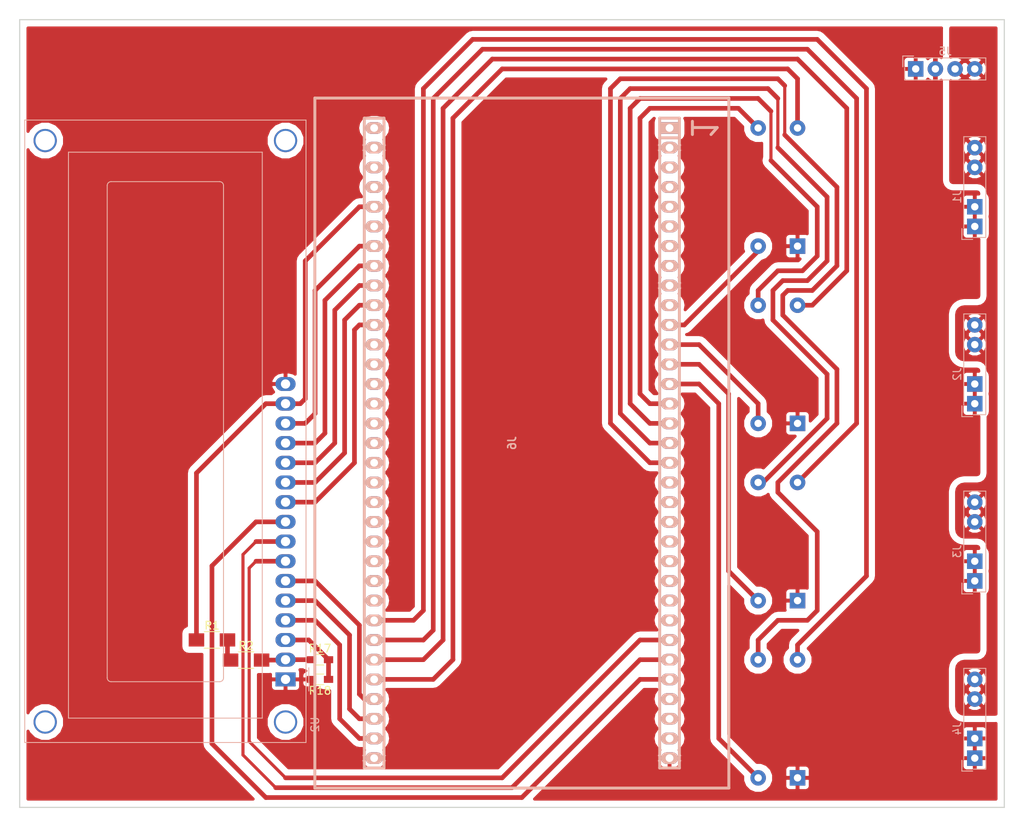
<source format=kicad_pcb>
(kicad_pcb (version 4) (host pcbnew 4.0.7)

  (general
    (links 60)
    (no_connects 1)
    (area -2.54 -2.54 129.540001 104.140001)
    (thickness 1.6)
    (drawings 6)
    (tracks 187)
    (zones 0)
    (modules 11)
    (nets 67)
  )

  (page A4)
  (layers
    (0 F.Cu signal)
    (31 B.Cu signal)
    (32 B.Adhes user)
    (33 F.Adhes user)
    (34 B.Paste user)
    (35 F.Paste user)
    (36 B.SilkS user)
    (37 F.SilkS user)
    (38 B.Mask user)
    (39 F.Mask user)
    (40 Dwgs.User user)
    (41 Cmts.User user)
    (42 Eco1.User user)
    (43 Eco2.User user)
    (44 Edge.Cuts user)
    (45 Margin user)
    (46 B.CrtYd user)
    (47 F.CrtYd user)
    (48 B.Fab user)
    (49 F.Fab user)
  )

  (setup
    (last_trace_width 0.6)
    (trace_clearance 0.4)
    (zone_clearance 0.8)
    (zone_45_only no)
    (trace_min 0.4)
    (segment_width 0.2)
    (edge_width 0.15)
    (via_size 0.6)
    (via_drill 0.4)
    (via_min_size 0.4)
    (via_min_drill 0.3)
    (uvia_size 0.3)
    (uvia_drill 0.1)
    (uvias_allowed no)
    (uvia_min_size 0.2)
    (uvia_min_drill 0.1)
    (pcb_text_width 0.3)
    (pcb_text_size 1.5 1.5)
    (mod_edge_width 0.15)
    (mod_text_size 1 1)
    (mod_text_width 0.15)
    (pad_size 1.524 1.524)
    (pad_drill 0.762)
    (pad_to_mask_clearance 0.2)
    (aux_axis_origin 0 0)
    (visible_elements 7FFEFFFF)
    (pcbplotparams
      (layerselection 0x00000_00000001)
      (usegerberextensions false)
      (excludeedgelayer true)
      (linewidth 0.100000)
      (plotframeref false)
      (viasonmask false)
      (mode 1)
      (useauxorigin false)
      (hpglpennumber 1)
      (hpglpenspeed 20)
      (hpglpendiameter 15)
      (hpglpenoverlay 2)
      (psnegative false)
      (psa4output false)
      (plotreference true)
      (plotvalue true)
      (plotinvisibletext false)
      (padsonsilk false)
      (subtractmaskfromsilk false)
      (outputformat 1)
      (mirror false)
      (drillshape 0)
      (scaleselection 1)
      (outputdirectory ""))
  )

  (net 0 "")
  (net 1 +12V)
  (net 2 GND)
  (net 3 /FAN0_CTRL)
  (net 4 /FAN1_CTRL)
  (net 5 /FAN2_CTRL)
  (net 6 /FAN3_CTRL)
  (net 7 +3V3)
  (net 8 /FAN0_RPM)
  (net 9 /FAN1_RPM)
  (net 10 /FAN2_RPM)
  (net 11 /FAN3_RPM)
  (net 12 /LCD_E)
  (net 13 "Net-(J6-Pad42)")
  (net 14 "Net-(J6-Pad43)")
  (net 15 "Net-(J6-Pad44)")
  (net 16 "Net-(J6-Pad45)")
  (net 17 "Net-(J6-Pad46)")
  (net 18 "Net-(J6-Pad47)")
  (net 19 /JOY_LEFT)
  (net 20 /JOY_RIGHT)
  (net 21 "Net-(J6-Pad50)")
  (net 22 "Net-(J6-Pad51)")
  (net 23 "Net-(J6-Pad52)")
  (net 24 "Net-(J6-Pad53)")
  (net 25 "Net-(J6-Pad54)")
  (net 26 /JOY_MID)
  (net 27 /LCD_D3)
  (net 28 /LCD_D4)
  (net 29 /LCD_D5)
  (net 30 /LCD_D6)
  (net 31 /LCD_D7)
  (net 32 "Net-(J6-Pad61)")
  (net 33 /LCD_RW)
  (net 34 /LCD_RS)
  (net 35 "Net-(J6-Pad66)")
  (net 36 "Net-(J6-Pad1)")
  (net 37 "Net-(J6-Pad3)")
  (net 38 "Net-(J6-Pad4)")
  (net 39 "Net-(J6-Pad5)")
  (net 40 "Net-(J6-Pad6)")
  (net 41 "Net-(J6-Pad7)")
  (net 42 "Net-(J6-Pad8)")
  (net 43 "Net-(J6-Pad10)")
  (net 44 /FAN0_ADC)
  (net 45 /FAN1_ADC)
  (net 46 /FAN2_ADC)
  (net 47 /FAN3_ADC)
  (net 48 /JOY_UP)
  (net 49 /JOY_DOWN)
  (net 50 "Net-(J6-Pad21)")
  (net 51 "Net-(J6-Pad22)")
  (net 52 "Net-(J6-Pad23)")
  (net 53 "Net-(J6-Pad24)")
  (net 54 "Net-(J6-Pad25)")
  (net 55 "Net-(J6-Pad26)")
  (net 56 /LCD_D0)
  (net 57 /LCD_D1)
  (net 58 /LCD_D2)
  (net 59 "Net-(J6-Pad30)")
  (net 60 "Net-(J6-Pad31)")
  (net 61 "Net-(J6-Pad32)")
  (net 62 "Net-(J6-Pad63)")
  (net 63 "Net-(J6-Pad64)")
  (net 64 /LCD_VO)
  (net 65 "Net-(R1-Pad2)")
  (net 66 "Net-(R17-Pad1)")

  (net_class Default "This is the default net class."
    (clearance 0.4)
    (trace_width 0.6)
    (via_dia 0.6)
    (via_drill 0.4)
    (uvia_dia 0.3)
    (uvia_drill 0.1)
    (add_net +12V)
    (add_net +3V3)
    (add_net /FAN0_ADC)
    (add_net /FAN0_CTRL)
    (add_net /FAN0_RPM)
    (add_net /FAN1_ADC)
    (add_net /FAN1_CTRL)
    (add_net /FAN1_RPM)
    (add_net /FAN2_ADC)
    (add_net /FAN2_CTRL)
    (add_net /FAN2_RPM)
    (add_net /FAN3_ADC)
    (add_net /FAN3_CTRL)
    (add_net /FAN3_RPM)
    (add_net /JOY_DOWN)
    (add_net /JOY_LEFT)
    (add_net /JOY_MID)
    (add_net /JOY_RIGHT)
    (add_net /JOY_UP)
    (add_net /LCD_D0)
    (add_net /LCD_D1)
    (add_net /LCD_D2)
    (add_net /LCD_D3)
    (add_net /LCD_D4)
    (add_net /LCD_D5)
    (add_net /LCD_D6)
    (add_net /LCD_D7)
    (add_net /LCD_E)
    (add_net /LCD_RS)
    (add_net /LCD_RW)
    (add_net /LCD_VO)
    (add_net GND)
    (add_net "Net-(J6-Pad1)")
    (add_net "Net-(J6-Pad10)")
    (add_net "Net-(J6-Pad21)")
    (add_net "Net-(J6-Pad22)")
    (add_net "Net-(J6-Pad23)")
    (add_net "Net-(J6-Pad24)")
    (add_net "Net-(J6-Pad25)")
    (add_net "Net-(J6-Pad26)")
    (add_net "Net-(J6-Pad3)")
    (add_net "Net-(J6-Pad30)")
    (add_net "Net-(J6-Pad31)")
    (add_net "Net-(J6-Pad32)")
    (add_net "Net-(J6-Pad4)")
    (add_net "Net-(J6-Pad42)")
    (add_net "Net-(J6-Pad43)")
    (add_net "Net-(J6-Pad44)")
    (add_net "Net-(J6-Pad45)")
    (add_net "Net-(J6-Pad46)")
    (add_net "Net-(J6-Pad47)")
    (add_net "Net-(J6-Pad5)")
    (add_net "Net-(J6-Pad50)")
    (add_net "Net-(J6-Pad51)")
    (add_net "Net-(J6-Pad52)")
    (add_net "Net-(J6-Pad53)")
    (add_net "Net-(J6-Pad54)")
    (add_net "Net-(J6-Pad6)")
    (add_net "Net-(J6-Pad61)")
    (add_net "Net-(J6-Pad63)")
    (add_net "Net-(J6-Pad64)")
    (add_net "Net-(J6-Pad66)")
    (add_net "Net-(J6-Pad7)")
    (add_net "Net-(J6-Pad8)")
    (add_net "Net-(R1-Pad2)")
    (add_net "Net-(R17-Pad1)")
  )

  (module custom:Fan_Controller placed (layer B.Cu) (tedit 5AA878FA) (tstamp 5AA858DA)
    (at 123.19 21.59 90)
    (descr "Low profile, screw machine socket strip, through hole, 100mil / 2.54mm pitch")
    (tags "samtec socket strip tht single")
    (path /5AA831EC)
    (fp_text reference J1 (at -1.27 -2.27 270) (layer B.SilkS)
      (effects (font (size 1 1) (thickness 0.15)) (justify mirror))
    )
    (fp_text value Conn_01x08 (at -1.27 2.54 90) (layer B.Fab)
      (effects (font (size 1 1) (thickness 0.15)) (justify mirror))
    )
    (fp_line (start -11.43 3.81) (end 11.43 3.81) (layer B.CrtYd) (width 0.15))
    (fp_line (start 11.43 3.81) (end 11.43 -31.75) (layer B.CrtYd) (width 0.15))
    (fp_line (start 11.43 -31.75) (end -11.43 -31.75) (layer B.CrtYd) (width 0.15))
    (fp_line (start -11.43 -31.75) (end -11.43 3.81) (layer B.CrtYd) (width 0.15))
    (fp_line (start -6.5 -0.17) (end -6.5 1.42) (layer B.SilkS) (width 0.12))
    (fp_line (start -6.5 1.42) (end 6.5 1.42) (layer B.SilkS) (width 0.12))
    (fp_line (start 6.5 1.42) (end 6.5 -1.42) (layer B.SilkS) (width 0.12))
    (fp_line (start 6.5 -1.42) (end -5.25 -1.42) (layer B.SilkS) (width 0.12))
    (fp_line (start -6.75 -0.27) (end -6.75 -1.67) (layer B.SilkS) (width 0.12))
    (fp_line (start -6.75 -1.67) (end -5.35 -1.67) (layer B.SilkS) (width 0.12))
    (fp_line (start -6.75 -0.27) (end -6.75 -1.67) (layer B.Fab) (width 0.1))
    (fp_line (start -6.75 -1.67) (end -5.35 -1.67) (layer B.Fab) (width 0.1))
    (fp_line (start -6.35 -1.27) (end 6.35 -1.27) (layer B.Fab) (width 0.1))
    (fp_line (start 6.35 -1.27) (end 6.35 1.27) (layer B.Fab) (width 0.1))
    (fp_line (start 6.35 1.27) (end -6.35 1.27) (layer B.Fab) (width 0.1))
    (fp_line (start -6.35 1.27) (end -6.35 -1.27) (layer B.Fab) (width 0.1))
    (fp_line (start -6.85 -1.77) (end 4.31 -1.77) (layer B.CrtYd) (width 0.05))
    (fp_line (start 4.31 -1.77) (end 4.31 1.77) (layer B.CrtYd) (width 0.05))
    (fp_line (start 4.31 1.77) (end -6.85 1.77) (layer B.CrtYd) (width 0.05))
    (fp_line (start -6.85 1.77) (end -6.85 -1.77) (layer B.CrtYd) (width 0.05))
    (fp_line (start -3.81 -1.27) (end -3.81 -1.07) (layer B.Fab) (width 0.1))
    (fp_line (start -3.81 1.27) (end -3.81 1.07) (layer B.Fab) (width 0.1))
    (fp_line (start -1.27 -1.27) (end -1.27 -1.07) (layer B.Fab) (width 0.1))
    (fp_line (start -1.27 1.27) (end -1.27 1.07) (layer B.Fab) (width 0.1))
    (fp_line (start 1.27 -1.27) (end 1.27 -1.07) (layer B.Fab) (width 0.1))
    (fp_line (start 1.27 1.27) (end 1.27 1.07) (layer B.Fab) (width 0.1))
    (fp_line (start 3.81 -1.27) (end 3.81 -1.07) (layer B.Fab) (width 0.1))
    (fp_line (start 3.81 1.27) (end 3.81 1.07) (layer B.Fab) (width 0.1))
    (fp_text user %R (at -1.27 0 270) (layer B.Fab)
      (effects (font (size 1 1) (thickness 0.15)) (justify mirror))
    )
    (pad 2 thru_hole rect (at -2.54 0 90) (size 2 2) (drill 0.95) (layers *.Cu *.Mask)
      (net 2 GND))
    (pad 6 thru_hole circle (at -7.62 -27.94) (size 2 2) (drill 0.95) (layers *.Cu *.Mask)
      (net 44 /FAN0_ADC))
    (pad 5 thru_hole rect (at -7.62 -22.86 90) (size 2 2) (drill 0.95) (layers *.Cu *.Mask)
      (net 2 GND))
    (pad 1 thru_hole rect (at -5.08 0 90) (size 2 2) (drill 0.95) (layers *.Cu *.Mask)
      (net 2 GND))
    (pad 3 thru_hole circle (at 2.54 0) (size 2 2) (drill 0.95) (layers *.Cu *.Mask)
      (net 1 +12V))
    (pad 4 thru_hole circle (at 5.08 0) (size 2 2) (drill 0.95) (layers *.Cu *.Mask)
      (net 1 +12V))
    (pad 7 thru_hole circle (at 7.62 -27.94) (size 2 2) (drill 0.95) (layers *.Cu *.Mask)
      (net 8 /FAN0_RPM))
    (pad 8 thru_hole circle (at 7.62 -22.86) (size 2 2) (drill 0.95) (layers *.Cu *.Mask)
      (net 3 /FAN0_CTRL))
    (model ${KISYS3DMOD}/Connectors_Samtec.3dshapes/SL-104-X-XX_1x04.wrl
      (at (xyz 0 0 0))
      (scale (xyz 1 1 1))
      (rotate (xyz 0 0 0))
    )
  )

  (module custom:Fan_Controller placed (layer B.Cu) (tedit 5AA878FA) (tstamp 5AA858E6)
    (at 123.19 44.45 90)
    (descr "Low profile, screw machine socket strip, through hole, 100mil / 2.54mm pitch")
    (tags "samtec socket strip tht single")
    (path /5AA83A38)
    (fp_text reference J2 (at -1.27 -2.27 270) (layer B.SilkS)
      (effects (font (size 1 1) (thickness 0.15)) (justify mirror))
    )
    (fp_text value Conn_01x08 (at -1.27 2.54 90) (layer B.Fab)
      (effects (font (size 1 1) (thickness 0.15)) (justify mirror))
    )
    (fp_line (start -11.43 3.81) (end 11.43 3.81) (layer B.CrtYd) (width 0.15))
    (fp_line (start 11.43 3.81) (end 11.43 -31.75) (layer B.CrtYd) (width 0.15))
    (fp_line (start 11.43 -31.75) (end -11.43 -31.75) (layer B.CrtYd) (width 0.15))
    (fp_line (start -11.43 -31.75) (end -11.43 3.81) (layer B.CrtYd) (width 0.15))
    (fp_line (start -6.5 -0.17) (end -6.5 1.42) (layer B.SilkS) (width 0.12))
    (fp_line (start -6.5 1.42) (end 6.5 1.42) (layer B.SilkS) (width 0.12))
    (fp_line (start 6.5 1.42) (end 6.5 -1.42) (layer B.SilkS) (width 0.12))
    (fp_line (start 6.5 -1.42) (end -5.25 -1.42) (layer B.SilkS) (width 0.12))
    (fp_line (start -6.75 -0.27) (end -6.75 -1.67) (layer B.SilkS) (width 0.12))
    (fp_line (start -6.75 -1.67) (end -5.35 -1.67) (layer B.SilkS) (width 0.12))
    (fp_line (start -6.75 -0.27) (end -6.75 -1.67) (layer B.Fab) (width 0.1))
    (fp_line (start -6.75 -1.67) (end -5.35 -1.67) (layer B.Fab) (width 0.1))
    (fp_line (start -6.35 -1.27) (end 6.35 -1.27) (layer B.Fab) (width 0.1))
    (fp_line (start 6.35 -1.27) (end 6.35 1.27) (layer B.Fab) (width 0.1))
    (fp_line (start 6.35 1.27) (end -6.35 1.27) (layer B.Fab) (width 0.1))
    (fp_line (start -6.35 1.27) (end -6.35 -1.27) (layer B.Fab) (width 0.1))
    (fp_line (start -6.85 -1.77) (end 4.31 -1.77) (layer B.CrtYd) (width 0.05))
    (fp_line (start 4.31 -1.77) (end 4.31 1.77) (layer B.CrtYd) (width 0.05))
    (fp_line (start 4.31 1.77) (end -6.85 1.77) (layer B.CrtYd) (width 0.05))
    (fp_line (start -6.85 1.77) (end -6.85 -1.77) (layer B.CrtYd) (width 0.05))
    (fp_line (start -3.81 -1.27) (end -3.81 -1.07) (layer B.Fab) (width 0.1))
    (fp_line (start -3.81 1.27) (end -3.81 1.07) (layer B.Fab) (width 0.1))
    (fp_line (start -1.27 -1.27) (end -1.27 -1.07) (layer B.Fab) (width 0.1))
    (fp_line (start -1.27 1.27) (end -1.27 1.07) (layer B.Fab) (width 0.1))
    (fp_line (start 1.27 -1.27) (end 1.27 -1.07) (layer B.Fab) (width 0.1))
    (fp_line (start 1.27 1.27) (end 1.27 1.07) (layer B.Fab) (width 0.1))
    (fp_line (start 3.81 -1.27) (end 3.81 -1.07) (layer B.Fab) (width 0.1))
    (fp_line (start 3.81 1.27) (end 3.81 1.07) (layer B.Fab) (width 0.1))
    (fp_text user %R (at -1.27 0 270) (layer B.Fab)
      (effects (font (size 1 1) (thickness 0.15)) (justify mirror))
    )
    (pad 2 thru_hole rect (at -2.54 0 90) (size 2 2) (drill 0.95) (layers *.Cu *.Mask)
      (net 2 GND))
    (pad 6 thru_hole circle (at -7.62 -27.94) (size 2 2) (drill 0.95) (layers *.Cu *.Mask)
      (net 45 /FAN1_ADC))
    (pad 5 thru_hole rect (at -7.62 -22.86 90) (size 2 2) (drill 0.95) (layers *.Cu *.Mask)
      (net 2 GND))
    (pad 1 thru_hole rect (at -5.08 0 90) (size 2 2) (drill 0.95) (layers *.Cu *.Mask)
      (net 2 GND))
    (pad 3 thru_hole circle (at 2.54 0) (size 2 2) (drill 0.95) (layers *.Cu *.Mask)
      (net 1 +12V))
    (pad 4 thru_hole circle (at 5.08 0) (size 2 2) (drill 0.95) (layers *.Cu *.Mask)
      (net 1 +12V))
    (pad 7 thru_hole circle (at 7.62 -27.94) (size 2 2) (drill 0.95) (layers *.Cu *.Mask)
      (net 9 /FAN1_RPM))
    (pad 8 thru_hole circle (at 7.62 -22.86) (size 2 2) (drill 0.95) (layers *.Cu *.Mask)
      (net 4 /FAN1_CTRL))
    (model ${KISYS3DMOD}/Connectors_Samtec.3dshapes/SL-104-X-XX_1x04.wrl
      (at (xyz 0 0 0))
      (scale (xyz 1 1 1))
      (rotate (xyz 0 0 0))
    )
  )

  (module custom:Fan_Controller placed (layer B.Cu) (tedit 5AA878FA) (tstamp 5AA858F2)
    (at 123.19 67.31 90)
    (descr "Low profile, screw machine socket strip, through hole, 100mil / 2.54mm pitch")
    (tags "samtec socket strip tht single")
    (path /5AA83B73)
    (fp_text reference J3 (at -1.27 -2.27 270) (layer B.SilkS)
      (effects (font (size 1 1) (thickness 0.15)) (justify mirror))
    )
    (fp_text value Conn_01x08 (at -1.27 2.54 90) (layer B.Fab)
      (effects (font (size 1 1) (thickness 0.15)) (justify mirror))
    )
    (fp_line (start -11.43 3.81) (end 11.43 3.81) (layer B.CrtYd) (width 0.15))
    (fp_line (start 11.43 3.81) (end 11.43 -31.75) (layer B.CrtYd) (width 0.15))
    (fp_line (start 11.43 -31.75) (end -11.43 -31.75) (layer B.CrtYd) (width 0.15))
    (fp_line (start -11.43 -31.75) (end -11.43 3.81) (layer B.CrtYd) (width 0.15))
    (fp_line (start -6.5 -0.17) (end -6.5 1.42) (layer B.SilkS) (width 0.12))
    (fp_line (start -6.5 1.42) (end 6.5 1.42) (layer B.SilkS) (width 0.12))
    (fp_line (start 6.5 1.42) (end 6.5 -1.42) (layer B.SilkS) (width 0.12))
    (fp_line (start 6.5 -1.42) (end -5.25 -1.42) (layer B.SilkS) (width 0.12))
    (fp_line (start -6.75 -0.27) (end -6.75 -1.67) (layer B.SilkS) (width 0.12))
    (fp_line (start -6.75 -1.67) (end -5.35 -1.67) (layer B.SilkS) (width 0.12))
    (fp_line (start -6.75 -0.27) (end -6.75 -1.67) (layer B.Fab) (width 0.1))
    (fp_line (start -6.75 -1.67) (end -5.35 -1.67) (layer B.Fab) (width 0.1))
    (fp_line (start -6.35 -1.27) (end 6.35 -1.27) (layer B.Fab) (width 0.1))
    (fp_line (start 6.35 -1.27) (end 6.35 1.27) (layer B.Fab) (width 0.1))
    (fp_line (start 6.35 1.27) (end -6.35 1.27) (layer B.Fab) (width 0.1))
    (fp_line (start -6.35 1.27) (end -6.35 -1.27) (layer B.Fab) (width 0.1))
    (fp_line (start -6.85 -1.77) (end 4.31 -1.77) (layer B.CrtYd) (width 0.05))
    (fp_line (start 4.31 -1.77) (end 4.31 1.77) (layer B.CrtYd) (width 0.05))
    (fp_line (start 4.31 1.77) (end -6.85 1.77) (layer B.CrtYd) (width 0.05))
    (fp_line (start -6.85 1.77) (end -6.85 -1.77) (layer B.CrtYd) (width 0.05))
    (fp_line (start -3.81 -1.27) (end -3.81 -1.07) (layer B.Fab) (width 0.1))
    (fp_line (start -3.81 1.27) (end -3.81 1.07) (layer B.Fab) (width 0.1))
    (fp_line (start -1.27 -1.27) (end -1.27 -1.07) (layer B.Fab) (width 0.1))
    (fp_line (start -1.27 1.27) (end -1.27 1.07) (layer B.Fab) (width 0.1))
    (fp_line (start 1.27 -1.27) (end 1.27 -1.07) (layer B.Fab) (width 0.1))
    (fp_line (start 1.27 1.27) (end 1.27 1.07) (layer B.Fab) (width 0.1))
    (fp_line (start 3.81 -1.27) (end 3.81 -1.07) (layer B.Fab) (width 0.1))
    (fp_line (start 3.81 1.27) (end 3.81 1.07) (layer B.Fab) (width 0.1))
    (fp_text user %R (at -1.27 0 270) (layer B.Fab)
      (effects (font (size 1 1) (thickness 0.15)) (justify mirror))
    )
    (pad 2 thru_hole rect (at -2.54 0 90) (size 2 2) (drill 0.95) (layers *.Cu *.Mask)
      (net 2 GND))
    (pad 6 thru_hole circle (at -7.62 -27.94) (size 2 2) (drill 0.95) (layers *.Cu *.Mask)
      (net 46 /FAN2_ADC))
    (pad 5 thru_hole rect (at -7.62 -22.86 90) (size 2 2) (drill 0.95) (layers *.Cu *.Mask)
      (net 2 GND))
    (pad 1 thru_hole rect (at -5.08 0 90) (size 2 2) (drill 0.95) (layers *.Cu *.Mask)
      (net 2 GND))
    (pad 3 thru_hole circle (at 2.54 0) (size 2 2) (drill 0.95) (layers *.Cu *.Mask)
      (net 1 +12V))
    (pad 4 thru_hole circle (at 5.08 0) (size 2 2) (drill 0.95) (layers *.Cu *.Mask)
      (net 1 +12V))
    (pad 7 thru_hole circle (at 7.62 -27.94) (size 2 2) (drill 0.95) (layers *.Cu *.Mask)
      (net 10 /FAN2_RPM))
    (pad 8 thru_hole circle (at 7.62 -22.86) (size 2 2) (drill 0.95) (layers *.Cu *.Mask)
      (net 5 /FAN2_CTRL))
    (model ${KISYS3DMOD}/Connectors_Samtec.3dshapes/SL-104-X-XX_1x04.wrl
      (at (xyz 0 0 0))
      (scale (xyz 1 1 1))
      (rotate (xyz 0 0 0))
    )
  )

  (module custom:Fan_Controller placed (layer B.Cu) (tedit 5AA878FA) (tstamp 5AA858FE)
    (at 123.19 90.17 90)
    (descr "Low profile, screw machine socket strip, through hole, 100mil / 2.54mm pitch")
    (tags "samtec socket strip tht single")
    (path /5AA83B9A)
    (fp_text reference J4 (at -1.27 -2.27 270) (layer B.SilkS)
      (effects (font (size 1 1) (thickness 0.15)) (justify mirror))
    )
    (fp_text value Conn_01x08 (at -1.27 2.54 90) (layer B.Fab)
      (effects (font (size 1 1) (thickness 0.15)) (justify mirror))
    )
    (fp_line (start -11.43 3.81) (end 11.43 3.81) (layer B.CrtYd) (width 0.15))
    (fp_line (start 11.43 3.81) (end 11.43 -31.75) (layer B.CrtYd) (width 0.15))
    (fp_line (start 11.43 -31.75) (end -11.43 -31.75) (layer B.CrtYd) (width 0.15))
    (fp_line (start -11.43 -31.75) (end -11.43 3.81) (layer B.CrtYd) (width 0.15))
    (fp_line (start -6.5 -0.17) (end -6.5 1.42) (layer B.SilkS) (width 0.12))
    (fp_line (start -6.5 1.42) (end 6.5 1.42) (layer B.SilkS) (width 0.12))
    (fp_line (start 6.5 1.42) (end 6.5 -1.42) (layer B.SilkS) (width 0.12))
    (fp_line (start 6.5 -1.42) (end -5.25 -1.42) (layer B.SilkS) (width 0.12))
    (fp_line (start -6.75 -0.27) (end -6.75 -1.67) (layer B.SilkS) (width 0.12))
    (fp_line (start -6.75 -1.67) (end -5.35 -1.67) (layer B.SilkS) (width 0.12))
    (fp_line (start -6.75 -0.27) (end -6.75 -1.67) (layer B.Fab) (width 0.1))
    (fp_line (start -6.75 -1.67) (end -5.35 -1.67) (layer B.Fab) (width 0.1))
    (fp_line (start -6.35 -1.27) (end 6.35 -1.27) (layer B.Fab) (width 0.1))
    (fp_line (start 6.35 -1.27) (end 6.35 1.27) (layer B.Fab) (width 0.1))
    (fp_line (start 6.35 1.27) (end -6.35 1.27) (layer B.Fab) (width 0.1))
    (fp_line (start -6.35 1.27) (end -6.35 -1.27) (layer B.Fab) (width 0.1))
    (fp_line (start -6.85 -1.77) (end 4.31 -1.77) (layer B.CrtYd) (width 0.05))
    (fp_line (start 4.31 -1.77) (end 4.31 1.77) (layer B.CrtYd) (width 0.05))
    (fp_line (start 4.31 1.77) (end -6.85 1.77) (layer B.CrtYd) (width 0.05))
    (fp_line (start -6.85 1.77) (end -6.85 -1.77) (layer B.CrtYd) (width 0.05))
    (fp_line (start -3.81 -1.27) (end -3.81 -1.07) (layer B.Fab) (width 0.1))
    (fp_line (start -3.81 1.27) (end -3.81 1.07) (layer B.Fab) (width 0.1))
    (fp_line (start -1.27 -1.27) (end -1.27 -1.07) (layer B.Fab) (width 0.1))
    (fp_line (start -1.27 1.27) (end -1.27 1.07) (layer B.Fab) (width 0.1))
    (fp_line (start 1.27 -1.27) (end 1.27 -1.07) (layer B.Fab) (width 0.1))
    (fp_line (start 1.27 1.27) (end 1.27 1.07) (layer B.Fab) (width 0.1))
    (fp_line (start 3.81 -1.27) (end 3.81 -1.07) (layer B.Fab) (width 0.1))
    (fp_line (start 3.81 1.27) (end 3.81 1.07) (layer B.Fab) (width 0.1))
    (fp_text user %R (at -1.27 0 270) (layer B.Fab)
      (effects (font (size 1 1) (thickness 0.15)) (justify mirror))
    )
    (pad 2 thru_hole rect (at -2.54 0 90) (size 2 2) (drill 0.95) (layers *.Cu *.Mask)
      (net 2 GND))
    (pad 6 thru_hole circle (at -7.62 -27.94) (size 2 2) (drill 0.95) (layers *.Cu *.Mask)
      (net 47 /FAN3_ADC))
    (pad 5 thru_hole rect (at -7.62 -22.86 90) (size 2 2) (drill 0.95) (layers *.Cu *.Mask)
      (net 2 GND))
    (pad 1 thru_hole rect (at -5.08 0 90) (size 2 2) (drill 0.95) (layers *.Cu *.Mask)
      (net 2 GND))
    (pad 3 thru_hole circle (at 2.54 0) (size 2 2) (drill 0.95) (layers *.Cu *.Mask)
      (net 1 +12V))
    (pad 4 thru_hole circle (at 5.08 0) (size 2 2) (drill 0.95) (layers *.Cu *.Mask)
      (net 1 +12V))
    (pad 7 thru_hole circle (at 7.62 -27.94) (size 2 2) (drill 0.95) (layers *.Cu *.Mask)
      (net 11 /FAN3_RPM))
    (pad 8 thru_hole circle (at 7.62 -22.86) (size 2 2) (drill 0.95) (layers *.Cu *.Mask)
      (net 6 /FAN3_CTRL))
    (model ${KISYS3DMOD}/Connectors_Samtec.3dshapes/SL-104-X-XX_1x04.wrl
      (at (xyz 0 0 0))
      (scale (xyz 1 1 1))
      (rotate (xyz 0 0 0))
    )
  )

  (module Resistors_SMD:R_0603_HandSoldering (layer F.Cu) (tedit 58E0A804) (tstamp 5AA83872)
    (at 38.735 85.09 180)
    (descr "Resistor SMD 0603, hand soldering")
    (tags "resistor 0603")
    (path /5AA43282)
    (attr smd)
    (fp_text reference R18 (at 0 -1.45 180) (layer F.SilkS)
      (effects (font (size 1 1) (thickness 0.15)))
    )
    (fp_text value 10k (at 0 1.55 180) (layer F.Fab)
      (effects (font (size 1 1) (thickness 0.15)))
    )
    (fp_text user %R (at 0 0 180) (layer F.Fab)
      (effects (font (size 0.4 0.4) (thickness 0.075)))
    )
    (fp_line (start -0.8 0.4) (end -0.8 -0.4) (layer F.Fab) (width 0.1))
    (fp_line (start 0.8 0.4) (end -0.8 0.4) (layer F.Fab) (width 0.1))
    (fp_line (start 0.8 -0.4) (end 0.8 0.4) (layer F.Fab) (width 0.1))
    (fp_line (start -0.8 -0.4) (end 0.8 -0.4) (layer F.Fab) (width 0.1))
    (fp_line (start 0.5 0.68) (end -0.5 0.68) (layer F.SilkS) (width 0.12))
    (fp_line (start -0.5 -0.68) (end 0.5 -0.68) (layer F.SilkS) (width 0.12))
    (fp_line (start -1.96 -0.7) (end 1.95 -0.7) (layer F.CrtYd) (width 0.05))
    (fp_line (start -1.96 -0.7) (end -1.96 0.7) (layer F.CrtYd) (width 0.05))
    (fp_line (start 1.95 0.7) (end 1.95 -0.7) (layer F.CrtYd) (width 0.05))
    (fp_line (start 1.95 0.7) (end -1.96 0.7) (layer F.CrtYd) (width 0.05))
    (pad 1 smd rect (at -1.1 0 180) (size 1.2 0.9) (layers F.Cu F.Paste F.Mask)
      (net 64 /LCD_VO))
    (pad 2 smd rect (at 1.1 0 180) (size 1.2 0.9) (layers F.Cu F.Paste F.Mask)
      (net 2 GND))
    (model ${KISYS3DMOD}/Resistors_SMD.3dshapes/R_0603.wrl
      (at (xyz 0 0 0))
      (scale (xyz 1 1 1))
      (rotate (xyz 0 0 0))
    )
  )

  (module Resistors_SMD:R_0603_HandSoldering (layer F.Cu) (tedit 58E0A804) (tstamp 5AA8386C)
    (at 38.735 82.55)
    (descr "Resistor SMD 0603, hand soldering")
    (tags "resistor 0603")
    (path /5AA4320B)
    (attr smd)
    (fp_text reference R17 (at 0 -1.45) (layer F.SilkS)
      (effects (font (size 1 1) (thickness 0.15)))
    )
    (fp_text value 10k (at 0 1.55) (layer F.Fab)
      (effects (font (size 1 1) (thickness 0.15)))
    )
    (fp_text user %R (at 0 0) (layer F.Fab)
      (effects (font (size 0.4 0.4) (thickness 0.075)))
    )
    (fp_line (start -0.8 0.4) (end -0.8 -0.4) (layer F.Fab) (width 0.1))
    (fp_line (start 0.8 0.4) (end -0.8 0.4) (layer F.Fab) (width 0.1))
    (fp_line (start 0.8 -0.4) (end 0.8 0.4) (layer F.Fab) (width 0.1))
    (fp_line (start -0.8 -0.4) (end 0.8 -0.4) (layer F.Fab) (width 0.1))
    (fp_line (start 0.5 0.68) (end -0.5 0.68) (layer F.SilkS) (width 0.12))
    (fp_line (start -0.5 -0.68) (end 0.5 -0.68) (layer F.SilkS) (width 0.12))
    (fp_line (start -1.96 -0.7) (end 1.95 -0.7) (layer F.CrtYd) (width 0.05))
    (fp_line (start -1.96 -0.7) (end -1.96 0.7) (layer F.CrtYd) (width 0.05))
    (fp_line (start 1.95 0.7) (end 1.95 -0.7) (layer F.CrtYd) (width 0.05))
    (fp_line (start 1.95 0.7) (end -1.96 0.7) (layer F.CrtYd) (width 0.05))
    (pad 1 smd rect (at -1.1 0) (size 1.2 0.9) (layers F.Cu F.Paste F.Mask)
      (net 66 "Net-(R17-Pad1)"))
    (pad 2 smd rect (at 1.1 0) (size 1.2 0.9) (layers F.Cu F.Paste F.Mask)
      (net 64 /LCD_VO))
    (model ${KISYS3DMOD}/Resistors_SMD.3dshapes/R_0603.wrl
      (at (xyz 0 0 0))
      (scale (xyz 1 1 1))
      (rotate (xyz 0 0 0))
    )
  )

  (module w_conn_misc:stm32f0_discovery_header (layer B.Cu) (tedit 0) (tstamp 5AA83858)
    (at 64.77 54.61 90)
    (descr "STM32 F0 Discovery Header")
    (tags "STM32F0 Discovery")
    (path /5AA0B96C)
    (fp_text reference J6 (at 0 -1.27 90) (layer B.SilkS)
      (effects (font (size 1.016 1.016) (thickness 0.2032)) (justify mirror))
    )
    (fp_text value STM32F0_Discovery_Header (at 0 1.27 90) (layer B.SilkS) hide
      (effects (font (size 1.016 0.889) (thickness 0.2032)) (justify mirror))
    )
    (fp_line (start 40.7 22) (end 40.7 25.2) (layer B.SilkS) (width 0.381))
    (fp_line (start 40.7 25.2) (end 39.8 24.4) (layer B.SilkS) (width 0.381))
    (fp_line (start 39.8 22) (end 41.5 22) (layer B.SilkS) (width 0.381))
    (fp_line (start 39.37 20.32) (end 39.37 17.78) (layer B.SilkS) (width 0.381))
    (fp_line (start -41.91 -17.78) (end 41.91 -17.78) (layer B.SilkS) (width 0.381))
    (fp_line (start 41.91 -17.78) (end 41.91 -20.32) (layer B.SilkS) (width 0.381))
    (fp_line (start -41.91 -20.32) (end 41.91 -20.32) (layer B.SilkS) (width 0.381))
    (fp_line (start -41.91 -17.78) (end -41.91 -20.32) (layer B.SilkS) (width 0.381))
    (fp_line (start 44.5 26.7) (end -44.5 26.7) (layer B.SilkS) (width 0.381))
    (fp_line (start -44.5 -26.7) (end 44.5 -26.7) (layer B.SilkS) (width 0.381))
    (fp_line (start 44.5 -26.7) (end 44.5 26.7) (layer B.SilkS) (width 0.381))
    (fp_line (start -44.5 -26.7) (end -44.5 26.7) (layer B.SilkS) (width 0.381))
    (fp_line (start -41.91 20.32) (end -41.91 17.78) (layer B.SilkS) (width 0.381))
    (fp_line (start -41.91 17.78) (end 41.91 17.78) (layer B.SilkS) (width 0.381))
    (fp_line (start 41.91 20.32) (end 41.91 17.78) (layer B.SilkS) (width 0.381))
    (fp_line (start -41.91 20.32) (end 41.91 20.32) (layer B.SilkS) (width 0.381))
    (pad 34 thru_hole oval (at -40.64 -19.05 90) (size 1.5 2.2) (drill 0.99822) (layers *.Cu *.Mask B.SilkS)
      (net 2 GND))
    (pad 35 thru_hole oval (at -38.1 -19.05 90) (size 1.5 2.2) (drill 0.99822) (layers *.Cu *.Mask B.SilkS)
      (net 34 /LCD_RS))
    (pad 36 thru_hole oval (at -35.56 -19.05 90) (size 1.5 2.2) (drill 0.99822) (layers *.Cu *.Mask B.SilkS)
      (net 33 /LCD_RW))
    (pad 37 thru_hole oval (at -33.02 -19.05 90) (size 1.5 2.2) (drill 0.99822) (layers *.Cu *.Mask B.SilkS)
      (net 12 /LCD_E))
    (pad 38 thru_hole oval (at -30.48 -19.05 90) (size 1.5 2.2) (drill 0.99822) (layers *.Cu *.Mask B.SilkS)
      (net 3 /FAN0_CTRL))
    (pad 39 thru_hole oval (at -27.94 -19.05 90) (size 1.5 2.2) (drill 0.99822) (layers *.Cu *.Mask B.SilkS)
      (net 4 /FAN1_CTRL))
    (pad 40 thru_hole oval (at -25.4 -19.05 90) (size 1.5 2.2) (drill 0.99822) (layers *.Cu *.Mask B.SilkS)
      (net 5 /FAN2_CTRL))
    (pad 41 thru_hole oval (at -22.86 -19.05 90) (size 1.5 2.2) (drill 0.99822) (layers *.Cu *.Mask B.SilkS)
      (net 6 /FAN3_CTRL))
    (pad 42 thru_hole oval (at -20.32 -19.05 90) (size 1.5 2.2) (drill 0.99822) (layers *.Cu *.Mask B.SilkS)
      (net 13 "Net-(J6-Pad42)"))
    (pad 43 thru_hole oval (at -17.78 -19.05 90) (size 1.5 2.2) (drill 0.99822) (layers *.Cu *.Mask B.SilkS)
      (net 14 "Net-(J6-Pad43)"))
    (pad 44 thru_hole oval (at -15.24 -19.05 90) (size 1.5 2.2) (drill 0.99822) (layers *.Cu *.Mask B.SilkS)
      (net 15 "Net-(J6-Pad44)"))
    (pad 45 thru_hole oval (at -12.7 -19.05 90) (size 1.5 2.2) (drill 0.99822) (layers *.Cu *.Mask B.SilkS)
      (net 16 "Net-(J6-Pad45)"))
    (pad 46 thru_hole oval (at -10.16 -19.05 90) (size 1.5 2.2) (drill 0.99822) (layers *.Cu *.Mask B.SilkS)
      (net 17 "Net-(J6-Pad46)"))
    (pad 47 thru_hole oval (at -7.62 -19.05 90) (size 1.5 2.2) (drill 0.99822) (layers *.Cu *.Mask B.SilkS)
      (net 18 "Net-(J6-Pad47)"))
    (pad 48 thru_hole oval (at -5.08 -19.05 90) (size 1.5 2.2) (drill 0.99822) (layers *.Cu *.Mask B.SilkS)
      (net 19 /JOY_LEFT))
    (pad 49 thru_hole oval (at -2.54 -19.05 90) (size 1.5 2.2) (drill 0.99822) (layers *.Cu *.Mask B.SilkS)
      (net 20 /JOY_RIGHT))
    (pad 50 thru_hole oval (at 0 -19.05 90) (size 1.5 2.2) (drill 0.99822) (layers *.Cu *.Mask B.SilkS)
      (net 21 "Net-(J6-Pad50)"))
    (pad 51 thru_hole oval (at 2.54 -19.05 90) (size 1.5 2.2) (drill 0.99822) (layers *.Cu *.Mask B.SilkS)
      (net 22 "Net-(J6-Pad51)"))
    (pad 52 thru_hole oval (at 5.08 -19.05 90) (size 1.5 2.2) (drill 0.99822) (layers *.Cu *.Mask B.SilkS)
      (net 23 "Net-(J6-Pad52)"))
    (pad 53 thru_hole oval (at 7.62 -19.05 90) (size 1.5 2.2) (drill 0.99822) (layers *.Cu *.Mask B.SilkS)
      (net 24 "Net-(J6-Pad53)"))
    (pad 54 thru_hole oval (at 10.16 -19.05 90) (size 1.5 2.2) (drill 0.99822) (layers *.Cu *.Mask B.SilkS)
      (net 25 "Net-(J6-Pad54)"))
    (pad 55 thru_hole oval (at 12.7 -19.05 90) (size 1.5 2.2) (drill 0.99822) (layers *.Cu *.Mask B.SilkS)
      (net 26 /JOY_MID))
    (pad 56 thru_hole oval (at 15.24 -19.05 90) (size 1.5 2.2) (drill 0.99822) (layers *.Cu *.Mask B.SilkS)
      (net 27 /LCD_D3))
    (pad 57 thru_hole oval (at 17.78 -19.05 90) (size 1.5 2.2) (drill 0.99822) (layers *.Cu *.Mask B.SilkS)
      (net 28 /LCD_D4))
    (pad 58 thru_hole oval (at 20.32 -19.05 90) (size 1.5 2.2) (drill 0.99822) (layers *.Cu *.Mask B.SilkS)
      (net 29 /LCD_D5))
    (pad 59 thru_hole oval (at 22.86 -19.05 90) (size 1.5 2.2) (drill 0.99822) (layers *.Cu *.Mask B.SilkS)
      (net 30 /LCD_D6))
    (pad 60 thru_hole oval (at 25.4 -19.05 90) (size 1.5 2.2) (drill 0.99822) (layers *.Cu *.Mask B.SilkS)
      (net 31 /LCD_D7))
    (pad 61 thru_hole oval (at 27.94 -19.05 90) (size 1.5 2.2) (drill 0.99822) (layers *.Cu *.Mask B.SilkS)
      (net 32 "Net-(J6-Pad61)"))
    (pad 62 thru_hole oval (at 30.48 -19.05 90) (size 1.5 2.2) (drill 0.99822) (layers *.Cu *.Mask B.SilkS)
      (net 7 +3V3))
    (pad 63 thru_hole oval (at 33.02 -19.05 90) (size 1.5 2.2) (drill 0.99822) (layers *.Cu *.Mask B.SilkS)
      (net 62 "Net-(J6-Pad63)"))
    (pad 64 thru_hole oval (at 35.56 -19.05 90) (size 1.5 2.2) (drill 0.99822) (layers *.Cu *.Mask B.SilkS)
      (net 63 "Net-(J6-Pad64)"))
    (pad 65 thru_hole oval (at 38.1 -19.05 90) (size 1.5 2.2) (drill 0.99822) (layers *.Cu *.Mask B.SilkS)
      (net 2 GND))
    (pad 66 thru_hole oval (at 40.64 -19.05 90) (size 1.5 2.2) (drill 1.00076) (layers *.Cu *.Mask B.SilkS)
      (net 35 "Net-(J6-Pad66)"))
    (pad 1 thru_hole rect (at 40.64 19.05 90) (size 1.5 2.2) (drill 1.00076) (layers *.Cu *.Mask B.SilkS)
      (net 36 "Net-(J6-Pad1)"))
    (pad 2 thru_hole oval (at 38.1 19.05 90) (size 1.5 2.2) (drill 0.99822) (layers *.Cu *.Mask B.SilkS)
      (net 2 GND))
    (pad 3 thru_hole oval (at 35.56 19.05 90) (size 1.5 2.2) (drill 0.99822) (layers *.Cu *.Mask B.SilkS)
      (net 37 "Net-(J6-Pad3)"))
    (pad 4 thru_hole oval (at 33.02 19.05 90) (size 1.5 2.2) (drill 0.99822) (layers *.Cu *.Mask B.SilkS)
      (net 38 "Net-(J6-Pad4)"))
    (pad 5 thru_hole oval (at 30.48 19.05 90) (size 1.5 2.2) (drill 0.99822) (layers *.Cu *.Mask B.SilkS)
      (net 39 "Net-(J6-Pad5)"))
    (pad 6 thru_hole oval (at 27.94 19.05 90) (size 1.5 2.2) (drill 0.99822) (layers *.Cu *.Mask B.SilkS)
      (net 40 "Net-(J6-Pad6)"))
    (pad 7 thru_hole oval (at 25.4 19.05 90) (size 1.5 2.2) (drill 0.99822) (layers *.Cu *.Mask B.SilkS)
      (net 41 "Net-(J6-Pad7)"))
    (pad 8 thru_hole oval (at 22.86 19.05 90) (size 1.5 2.2) (drill 0.99822) (layers *.Cu *.Mask B.SilkS)
      (net 42 "Net-(J6-Pad8)"))
    (pad 9 thru_hole oval (at 20.32 19.05 90) (size 1.5 2.2) (drill 0.99822) (layers *.Cu *.Mask B.SilkS)
      (net 2 GND))
    (pad 10 thru_hole oval (at 17.78 19.05 90) (size 1.5 2.2) (drill 0.99822) (layers *.Cu *.Mask B.SilkS)
      (net 43 "Net-(J6-Pad10)"))
    (pad 11 thru_hole oval (at 15.24 19.05 90) (size 1.5 2.2) (drill 0.99822) (layers *.Cu *.Mask B.SilkS)
      (net 44 /FAN0_ADC))
    (pad 12 thru_hole oval (at 12.7 19.05 90) (size 1.5 2.2) (drill 0.99822) (layers *.Cu *.Mask B.SilkS)
      (net 45 /FAN1_ADC))
    (pad 13 thru_hole oval (at 10.16 19.05 90) (size 1.5 2.2) (drill 0.99822) (layers *.Cu *.Mask B.SilkS)
      (net 46 /FAN2_ADC))
    (pad 14 thru_hole oval (at 7.62 19.05 90) (size 1.5 2.2) (drill 0.99822) (layers *.Cu *.Mask B.SilkS)
      (net 47 /FAN3_ADC))
    (pad 15 thru_hole oval (at 5.08 19.05 90) (size 1.5 2.2) (drill 0.99822) (layers *.Cu *.Mask B.SilkS)
      (net 8 /FAN0_RPM))
    (pad 16 thru_hole oval (at 2.54 19.05 90) (size 1.5 2.2) (drill 0.99822) (layers *.Cu *.Mask B.SilkS)
      (net 9 /FAN1_RPM))
    (pad 17 thru_hole oval (at 0 19.05 90) (size 1.5 2.2) (drill 0.99822) (layers *.Cu *.Mask B.SilkS)
      (net 10 /FAN2_RPM))
    (pad 18 thru_hole oval (at -2.54 19.05 90) (size 1.5 2.2) (drill 0.99822) (layers *.Cu *.Mask B.SilkS)
      (net 11 /FAN3_RPM))
    (pad 19 thru_hole oval (at -5.08 19.05 90) (size 1.5 2.2) (drill 0.99822) (layers *.Cu *.Mask B.SilkS)
      (net 48 /JOY_UP))
    (pad 20 thru_hole oval (at -7.62 19.05 90) (size 1.5 2.2) (drill 0.99822) (layers *.Cu *.Mask B.SilkS)
      (net 49 /JOY_DOWN))
    (pad 21 thru_hole oval (at -10.16 19.05 90) (size 1.5 2.2) (drill 0.99822) (layers *.Cu *.Mask B.SilkS)
      (net 50 "Net-(J6-Pad21)"))
    (pad 22 thru_hole oval (at -12.7 19.05 90) (size 1.5 2.2) (drill 0.99822) (layers *.Cu *.Mask B.SilkS)
      (net 51 "Net-(J6-Pad22)"))
    (pad 23 thru_hole oval (at -15.24 19.05 90) (size 1.5 2.2) (drill 0.99822) (layers *.Cu *.Mask B.SilkS)
      (net 52 "Net-(J6-Pad23)"))
    (pad 24 thru_hole oval (at -17.78 19.05 90) (size 1.5 2.2) (drill 0.99822) (layers *.Cu *.Mask B.SilkS)
      (net 53 "Net-(J6-Pad24)"))
    (pad 25 thru_hole oval (at -20.32 19.05 90) (size 1.5 2.2) (drill 0.99822) (layers *.Cu *.Mask B.SilkS)
      (net 54 "Net-(J6-Pad25)"))
    (pad 26 thru_hole oval (at -22.86 19.05 90) (size 1.5 2.2) (drill 0.99822) (layers *.Cu *.Mask B.SilkS)
      (net 55 "Net-(J6-Pad26)"))
    (pad 27 thru_hole oval (at -25.4 19.05 90) (size 1.5 2.2) (drill 0.99822) (layers *.Cu *.Mask B.SilkS)
      (net 56 /LCD_D0))
    (pad 28 thru_hole oval (at -27.94 19.05 90) (size 1.5 2.2) (drill 0.99822) (layers *.Cu *.Mask B.SilkS)
      (net 57 /LCD_D1))
    (pad 29 thru_hole oval (at -30.48 19.05 90) (size 1.5 2.2) (drill 0.99822) (layers *.Cu *.Mask B.SilkS)
      (net 58 /LCD_D2))
    (pad 30 thru_hole oval (at -33.02 19.05 90) (size 1.5 2.2) (drill 0.99822) (layers *.Cu *.Mask B.SilkS)
      (net 59 "Net-(J6-Pad30)"))
    (pad 31 thru_hole oval (at -35.56 19.05 90) (size 1.5 2.2) (drill 0.99822) (layers *.Cu *.Mask B.SilkS)
      (net 60 "Net-(J6-Pad31)"))
    (pad 32 thru_hole oval (at -38.1 19.05 90) (size 1.5 2.2) (drill 0.99822) (layers *.Cu *.Mask B.SilkS)
      (net 61 "Net-(J6-Pad32)"))
    (pad 33 thru_hole oval (at -40.64 19.05 90) (size 1.5 2.2) (drill 0.99822) (layers *.Cu *.Mask B.SilkS)
      (net 2 GND))
    (model walter/conn_misc/stm32f0_discovery_header.wrl
      (at (xyz 0 0 0))
      (scale (xyz 1 1 1))
      (rotate (xyz 0 0 0))
    )
  )

  (module Connectors_Samtec:SL-104-X-XX_1x04 (layer B.Cu) (tedit 590274D5) (tstamp 5AA83812)
    (at 115.57 6.35 270)
    (descr "Low profile, screw machine socket strip, through hole, 100mil / 2.54mm pitch")
    (tags "samtec socket strip tht single")
    (path /5AA67A86)
    (fp_text reference J5 (at -2.27 -3.81 540) (layer B.SilkS)
      (effects (font (size 1 1) (thickness 0.15)) (justify mirror))
    )
    (fp_text value Conn_01x04 (at 2.27 -3.81 540) (layer B.Fab)
      (effects (font (size 1 1) (thickness 0.15)) (justify mirror))
    )
    (fp_line (start -0.17 1.42) (end 1.42 1.42) (layer B.SilkS) (width 0.12))
    (fp_line (start 1.42 1.42) (end 1.42 -9.04) (layer B.SilkS) (width 0.12))
    (fp_line (start 1.42 -9.04) (end -1.42 -9.04) (layer B.SilkS) (width 0.12))
    (fp_line (start -1.42 -9.04) (end -1.42 0.17) (layer B.SilkS) (width 0.12))
    (fp_line (start -0.27 1.67) (end -1.67 1.67) (layer B.SilkS) (width 0.12))
    (fp_line (start -1.67 1.67) (end -1.67 0.27) (layer B.SilkS) (width 0.12))
    (fp_line (start -0.27 1.67) (end -1.67 1.67) (layer B.Fab) (width 0.1))
    (fp_line (start -1.67 1.67) (end -1.67 0.27) (layer B.Fab) (width 0.1))
    (fp_line (start -1.27 1.27) (end -1.27 -8.89) (layer B.Fab) (width 0.1))
    (fp_line (start -1.27 -8.89) (end 1.27 -8.89) (layer B.Fab) (width 0.1))
    (fp_line (start 1.27 -8.89) (end 1.27 1.27) (layer B.Fab) (width 0.1))
    (fp_line (start 1.27 1.27) (end -1.27 1.27) (layer B.Fab) (width 0.1))
    (fp_line (start -1.77 1.77) (end -1.77 -9.39) (layer B.CrtYd) (width 0.05))
    (fp_line (start -1.77 -9.39) (end 1.77 -9.39) (layer B.CrtYd) (width 0.05))
    (fp_line (start 1.77 -9.39) (end 1.77 1.77) (layer B.CrtYd) (width 0.05))
    (fp_line (start 1.77 1.77) (end -1.77 1.77) (layer B.CrtYd) (width 0.05))
    (fp_line (start -1.27 -1.27) (end -1.07 -1.27) (layer B.Fab) (width 0.1))
    (fp_line (start 1.27 -1.27) (end 1.07 -1.27) (layer B.Fab) (width 0.1))
    (fp_line (start -1.27 -3.81) (end -1.07 -3.81) (layer B.Fab) (width 0.1))
    (fp_line (start 1.27 -3.81) (end 1.07 -3.81) (layer B.Fab) (width 0.1))
    (fp_line (start -1.27 -6.35) (end -1.07 -6.35) (layer B.Fab) (width 0.1))
    (fp_line (start 1.27 -6.35) (end 1.07 -6.35) (layer B.Fab) (width 0.1))
    (fp_line (start -1.27 -8.89) (end -1.07 -8.89) (layer B.Fab) (width 0.1))
    (fp_line (start 1.27 -8.89) (end 1.07 -8.89) (layer B.Fab) (width 0.1))
    (fp_text user %R (at 0 -3.81 540) (layer B.Fab)
      (effects (font (size 1 1) (thickness 0.15)) (justify mirror))
    )
    (pad 1 thru_hole rect (at 0 0 270) (size 2 2) (drill 0.95) (layers *.Cu *.Mask)
      (net 2 GND))
    (pad 2 thru_hole circle (at 0 -2.54 270) (size 2 2) (drill 0.95) (layers *.Cu *.Mask)
      (net 2 GND))
    (pad 3 thru_hole circle (at 0 -5.08 270) (size 2 2) (drill 0.95) (layers *.Cu *.Mask)
      (net 1 +12V))
    (pad 4 thru_hole circle (at 0 -7.62 270) (size 2 2) (drill 0.95) (layers *.Cu *.Mask)
      (net 1 +12V))
    (model ${KISYS3DMOD}/Connectors_Samtec.3dshapes/SL-104-X-XX_1x04.wrl
      (at (xyz 0 0 0))
      (scale (xyz 1 1 1))
      (rotate (xyz 0 0 0))
    )
  )

  (module Displays:WC1602A (layer B.Cu) (tedit 5958D986) (tstamp 5AA8388A)
    (at 34.29 85.09 90)
    (descr "LCD 16x2 http://www.wincomlcd.com/pdf/WC1602A-SFYLYHTC06.pdf")
    (tags "LCD 16x2 Alphanumeric 16pin")
    (path /5AA4081C)
    (fp_text reference U2 (at -5.82 3.81 90) (layer B.SilkS)
      (effects (font (size 1 1) (thickness 0.15)) (justify mirror))
    )
    (fp_text value RC1602A (at -4.31 -34.66 90) (layer B.Fab)
      (effects (font (size 1 1) (thickness 0.15)) (justify mirror))
    )
    (fp_line (start -8.14 -33.64) (end 72.14 -33.64) (layer B.SilkS) (width 0.12))
    (fp_line (start 72.14 -33.64) (end 72.14 2.64) (layer B.SilkS) (width 0.12))
    (fp_line (start 72.14 2.64) (end -7.34 2.64) (layer B.SilkS) (width 0.12))
    (fp_line (start -8.14 2.64) (end -8.14 -33.64) (layer B.SilkS) (width 0.12))
    (fp_line (start -8.13 2.64) (end -7.34 2.64) (layer B.SilkS) (width 0.12))
    (fp_line (start -8.25 2.75) (end -8.25 -33.75) (layer B.CrtYd) (width 0.05))
    (fp_line (start -8.25 -33.75) (end 72.25 -33.75) (layer B.CrtYd) (width 0.05))
    (fp_line (start 72.25 2.75) (end 72.25 -33.75) (layer B.CrtYd) (width 0.05))
    (fp_line (start -1.5 3) (end 1.5 3) (layer B.SilkS) (width 0.12))
    (fp_line (start -8.25 2.75) (end 72.25 2.75) (layer B.CrtYd) (width 0.05))
    (fp_line (start 1 2.5) (end 0 1.5) (layer B.Fab) (width 0.1))
    (fp_line (start 0 1.5) (end -1 2.5) (layer B.Fab) (width 0.1))
    (fp_line (start -1 2.5) (end -8 2.5) (layer B.Fab) (width 0.1))
    (fp_text user %R (at 30.37 -14.74 90) (layer B.Fab)
      (effects (font (size 1 1) (thickness 0.1)) (justify mirror))
    )
    (fp_line (start 0.2 -8) (end 63.7 -8) (layer B.SilkS) (width 0.12))
    (fp_line (start -0.29972 -22.49932) (end -0.29972 -8.5) (layer B.SilkS) (width 0.12))
    (fp_line (start 63.70066 -23) (end 0.2 -23) (layer B.SilkS) (width 0.12))
    (fp_line (start 64.2 -8.5) (end 64.2 -22.5) (layer B.SilkS) (width 0.12))
    (fp_arc (start 63.7 -8.5) (end 63.7 -8) (angle -90) (layer B.SilkS) (width 0.12))
    (fp_arc (start 63.70066 -22.49932) (end 64.20104 -22.49932) (angle -90) (layer B.SilkS) (width 0.12))
    (fp_arc (start 0.20066 -22.49932) (end 0.20066 -22.9997) (angle -90) (layer B.SilkS) (width 0.12))
    (fp_arc (start 0.20066 -8.49884) (end -0.29972 -8.49884) (angle -90) (layer B.SilkS) (width 0.12))
    (fp_line (start -5 -3) (end 68 -3) (layer B.SilkS) (width 0.12))
    (fp_line (start 68 -3) (end 68 -28) (layer B.SilkS) (width 0.12))
    (fp_line (start 68 -28) (end -5 -28) (layer B.SilkS) (width 0.12))
    (fp_line (start -5 -28) (end -5 -3) (layer B.SilkS) (width 0.12))
    (fp_line (start 1 2.5) (end 72 2.5) (layer B.Fab) (width 0.1))
    (fp_line (start 72 2.5) (end 72 -33.5) (layer B.Fab) (width 0.1))
    (fp_line (start 72 -33.5) (end -8 -33.5) (layer B.Fab) (width 0.1))
    (fp_line (start -8 -33.5) (end -8 2.5) (layer B.Fab) (width 0.1))
    (pad 1 thru_hole rect (at 0 0 90) (size 1.8 2.6) (drill 1.2) (layers *.Cu *.Mask)
      (net 2 GND))
    (pad 2 thru_hole oval (at 2.54 0 90) (size 1.8 2.6) (drill 1.2) (layers *.Cu *.Mask)
      (net 66 "Net-(R17-Pad1)"))
    (pad 3 thru_hole oval (at 5.08 0 90) (size 1.8 2.6) (drill 1.2) (layers *.Cu *.Mask)
      (net 64 /LCD_VO))
    (pad 4 thru_hole oval (at 7.62 0 90) (size 1.8 2.6) (drill 1.2) (layers *.Cu *.Mask)
      (net 34 /LCD_RS))
    (pad 5 thru_hole oval (at 10.16 0 90) (size 1.8 2.6) (drill 1.2) (layers *.Cu *.Mask)
      (net 33 /LCD_RW))
    (pad 6 thru_hole oval (at 12.7 0 90) (size 1.8 2.6) (drill 1.2) (layers *.Cu *.Mask)
      (net 12 /LCD_E))
    (pad 7 thru_hole oval (at 15.24 0 90) (size 1.8 2.6) (drill 1.2) (layers *.Cu *.Mask)
      (net 56 /LCD_D0))
    (pad 8 thru_hole oval (at 17.78 0 90) (size 1.8 2.6) (drill 1.2) (layers *.Cu *.Mask)
      (net 57 /LCD_D1))
    (pad 9 thru_hole oval (at 20.32 0 90) (size 1.8 2.6) (drill 1.2) (layers *.Cu *.Mask)
      (net 58 /LCD_D2))
    (pad 10 thru_hole oval (at 22.86 0 90) (size 1.8 2.6) (drill 1.2) (layers *.Cu *.Mask)
      (net 27 /LCD_D3))
    (pad 11 thru_hole oval (at 25.4 0 90) (size 1.8 2.6) (drill 1.2) (layers *.Cu *.Mask)
      (net 28 /LCD_D4))
    (pad 12 thru_hole oval (at 27.94 0 90) (size 1.8 2.6) (drill 1.2) (layers *.Cu *.Mask)
      (net 29 /LCD_D5))
    (pad 13 thru_hole oval (at 30.48 0 90) (size 1.8 2.6) (drill 1.2) (layers *.Cu *.Mask)
      (net 30 /LCD_D6))
    (pad 14 thru_hole oval (at 33.02 0 90) (size 1.8 2.6) (drill 1.2) (layers *.Cu *.Mask)
      (net 31 /LCD_D7))
    (pad 15 thru_hole oval (at 35.56 0 90) (size 1.8 2.6) (drill 1.2) (layers *.Cu *.Mask)
      (net 7 +3V3))
    (pad 16 thru_hole oval (at 38.1 0 90) (size 1.8 2.6) (drill 1.2) (layers *.Cu *.Mask)
      (net 2 GND))
    (pad "" thru_hole circle (at -5.4991 0 90) (size 3 3) (drill 2.5) (layers *.Cu *.Mask))
    (pad "" thru_hole circle (at -5.4991 -31.0007 90) (size 3 3) (drill 2.5) (layers *.Cu *.Mask))
    (pad "" thru_hole circle (at 69.49948 -31.0007 90) (size 3 3) (drill 2.5) (layers *.Cu *.Mask))
    (pad "" thru_hole circle (at 69.5 0 90) (size 3 3) (drill 2.5) (layers *.Cu *.Mask))
    (model ${KISYS3DMOD}/Displays.3dshapes/WC1602A.wrl
      (at (xyz 0 0 0))
      (scale (xyz 1 1 1))
      (rotate (xyz 0 0 0))
    )
  )

  (module Resistors_SMD:R_1206_HandSoldering (layer F.Cu) (tedit 58E0A804) (tstamp 5AA88AAA)
    (at 24.8 80)
    (descr "Resistor SMD 1206, hand soldering")
    (tags "resistor 1206")
    (path /5AA88A42)
    (attr smd)
    (fp_text reference R1 (at 0 -1.85) (layer F.SilkS)
      (effects (font (size 1 1) (thickness 0.15)))
    )
    (fp_text value 0 (at 0 1.9) (layer F.Fab)
      (effects (font (size 1 1) (thickness 0.15)))
    )
    (fp_text user %R (at 0 0) (layer F.Fab)
      (effects (font (size 0.7 0.7) (thickness 0.105)))
    )
    (fp_line (start -1.6 0.8) (end -1.6 -0.8) (layer F.Fab) (width 0.1))
    (fp_line (start 1.6 0.8) (end -1.6 0.8) (layer F.Fab) (width 0.1))
    (fp_line (start 1.6 -0.8) (end 1.6 0.8) (layer F.Fab) (width 0.1))
    (fp_line (start -1.6 -0.8) (end 1.6 -0.8) (layer F.Fab) (width 0.1))
    (fp_line (start 1 1.07) (end -1 1.07) (layer F.SilkS) (width 0.12))
    (fp_line (start -1 -1.07) (end 1 -1.07) (layer F.SilkS) (width 0.12))
    (fp_line (start -3.25 -1.11) (end 3.25 -1.11) (layer F.CrtYd) (width 0.05))
    (fp_line (start -3.25 -1.11) (end -3.25 1.1) (layer F.CrtYd) (width 0.05))
    (fp_line (start 3.25 1.1) (end 3.25 -1.11) (layer F.CrtYd) (width 0.05))
    (fp_line (start 3.25 1.1) (end -3.25 1.1) (layer F.CrtYd) (width 0.05))
    (pad 1 smd rect (at -2 0) (size 2 1.7) (layers F.Cu F.Paste F.Mask)
      (net 7 +3V3))
    (pad 2 smd rect (at 2 0) (size 2 1.7) (layers F.Cu F.Paste F.Mask)
      (net 65 "Net-(R1-Pad2)"))
    (model ${KISYS3DMOD}/Resistors_SMD.3dshapes/R_1206.wrl
      (at (xyz 0 0 0))
      (scale (xyz 1 1 1))
      (rotate (xyz 0 0 0))
    )
  )

  (module Resistors_SMD:R_1206_HandSoldering (layer F.Cu) (tedit 58E0A804) (tstamp 5AA88AB0)
    (at 29.2 82.6)
    (descr "Resistor SMD 1206, hand soldering")
    (tags "resistor 1206")
    (path /5AA88E6E)
    (attr smd)
    (fp_text reference R2 (at 0 -1.85) (layer F.SilkS)
      (effects (font (size 1 1) (thickness 0.15)))
    )
    (fp_text value 0 (at 0 1.9) (layer F.Fab)
      (effects (font (size 1 1) (thickness 0.15)))
    )
    (fp_text user %R (at 0 0) (layer F.Fab)
      (effects (font (size 0.7 0.7) (thickness 0.105)))
    )
    (fp_line (start -1.6 0.8) (end -1.6 -0.8) (layer F.Fab) (width 0.1))
    (fp_line (start 1.6 0.8) (end -1.6 0.8) (layer F.Fab) (width 0.1))
    (fp_line (start 1.6 -0.8) (end 1.6 0.8) (layer F.Fab) (width 0.1))
    (fp_line (start -1.6 -0.8) (end 1.6 -0.8) (layer F.Fab) (width 0.1))
    (fp_line (start 1 1.07) (end -1 1.07) (layer F.SilkS) (width 0.12))
    (fp_line (start -1 -1.07) (end 1 -1.07) (layer F.SilkS) (width 0.12))
    (fp_line (start -3.25 -1.11) (end 3.25 -1.11) (layer F.CrtYd) (width 0.05))
    (fp_line (start -3.25 -1.11) (end -3.25 1.1) (layer F.CrtYd) (width 0.05))
    (fp_line (start 3.25 1.1) (end 3.25 -1.11) (layer F.CrtYd) (width 0.05))
    (fp_line (start 3.25 1.1) (end -3.25 1.1) (layer F.CrtYd) (width 0.05))
    (pad 1 smd rect (at -2 0) (size 2 1.7) (layers F.Cu F.Paste F.Mask)
      (net 65 "Net-(R1-Pad2)"))
    (pad 2 smd rect (at 2 0) (size 2 1.7) (layers F.Cu F.Paste F.Mask)
      (net 66 "Net-(R17-Pad1)"))
    (model ${KISYS3DMOD}/Resistors_SMD.3dshapes/R_1206.wrl
      (at (xyz 0 0 0))
      (scale (xyz 1 1 1))
      (rotate (xyz 0 0 0))
    )
  )

  (gr_line (start 0 -1.27) (end 0 1.27) (angle 90) (layer Eco1.User) (width 0.2))
  (gr_line (start -1.27 0) (end 1.27 0) (angle 90) (layer Eco1.User) (width 0.2))
  (gr_line (start 0 101.6) (end 0 0) (angle 90) (layer Edge.Cuts) (width 0.15))
  (gr_line (start 127 101.6) (end 0 101.6) (angle 90) (layer Edge.Cuts) (width 0.15))
  (gr_line (start 127 0) (end 127 101.6) (angle 90) (layer Edge.Cuts) (width 0.15))
  (gr_line (start 0 0) (end 127 0) (angle 90) (layer Edge.Cuts) (width 0.15))

  (segment (start 118.11 6.35) (end 118.11 8.49) (width 0.6) (layer F.Cu) (net 2) (status 400000))
  (segment (start 118.11 8.49) (end 118 8.6) (width 0.6) (layer F.Cu) (net 2) (tstamp 5AA88E32))
  (segment (start 118.11 6.35) (end 118.11 4.51) (width 0.6) (layer F.Cu) (net 2) (status 400000))
  (segment (start 118.11 4.51) (end 118.1 4.5) (width 0.6) (layer F.Cu) (net 2) (tstamp 5AA88E2E))
  (segment (start 62.23 6.35) (end 99.06 6.35) (width 0.6) (layer F.Cu) (net 3))
  (segment (start 62.23 6.35) (end 55.88 12.7) (width 0.6) (layer F.Cu) (net 3) (tstamp 5AA86F81))
  (segment (start 53.34 85.09) (end 55.88 82.55) (width 0.6) (layer F.Cu) (net 3) (tstamp 5AA85B6D))
  (segment (start 55.88 12.7) (end 55.88 82.55) (width 0.6) (layer F.Cu) (net 3) (tstamp 5AA85AF7))
  (segment (start 45.72 85.09) (end 53.34 85.09) (width 0.6) (layer F.Cu) (net 3))
  (segment (start 100.33 7.62) (end 99.06 6.35) (width 0.6) (layer F.Cu) (net 3) (tstamp 5AA86F7F))
  (segment (start 100.33 7.62) (end 100.33 13.97) (width 0.6) (layer F.Cu) (net 3) (status 800000))
  (segment (start 100.33 36.83) (end 102.235 36.83) (width 0.6) (layer F.Cu) (net 4) (status 400000))
  (segment (start 100.33 5.08) (end 106.68 11.43) (width 0.6) (layer F.Cu) (net 4) (tstamp 5AA85B79))
  (segment (start 106.68 11.43) (end 106.68 32.385) (width 0.6) (layer F.Cu) (net 4) (tstamp 5AA85B7B))
  (segment (start 106.68 32.385) (end 102.235 36.83) (width 0.6) (layer F.Cu) (net 4) (tstamp 5AA85B7D))
  (segment (start 54.61 11.43) (end 60.96 5.08) (width 0.6) (layer F.Cu) (net 4))
  (segment (start 52.07 82.55) (end 54.61 80.01) (width 0.6) (layer F.Cu) (net 4) (tstamp 5AA85B71))
  (segment (start 54.61 80.01) (end 54.61 11.43) (width 0.6) (layer F.Cu) (net 4) (tstamp 5AA85B73))
  (segment (start 52.07 82.55) (end 45.72 82.55) (width 0.6) (layer F.Cu) (net 4))
  (segment (start 100.33 5.08) (end 60.96 5.08) (width 0.6) (layer F.Cu) (net 4))
  (segment (start 59.69 3.81) (end 101.6 3.81) (width 0.6) (layer F.Cu) (net 5))
  (segment (start 45.72 80.01) (end 52.07 80.01) (width 0.6) (layer F.Cu) (net 5) (tstamp 5AA85B8B))
  (segment (start 53.34 78.74) (end 52.07 80.01) (width 0.6) (layer F.Cu) (net 5) (tstamp 5AA85B8A))
  (segment (start 53.34 10.16) (end 53.34 78.74) (width 0.6) (layer F.Cu) (net 5) (tstamp 5AA85B88))
  (segment (start 53.34 10.16) (end 59.69 3.81) (width 0.6) (layer F.Cu) (net 5))
  (segment (start 107.95 52.07) (end 100.33 59.69) (width 0.6) (layer F.Cu) (net 5))
  (segment (start 107.95 10.16) (end 101.6 3.81) (width 0.6) (layer F.Cu) (net 5) (tstamp 5AA85B82))
  (segment (start 107.95 52.07) (end 107.95 10.16) (width 0.6) (layer F.Cu) (net 5) (tstamp 5AA85B81))
  (segment (start 58.42 2.54) (end 102.87 2.54) (width 0.6) (layer F.Cu) (net 6))
  (segment (start 45.72 77.47) (end 50.8 77.47) (width 0.6) (layer F.Cu) (net 6))
  (segment (start 52.07 76.2) (end 52.07 8.89) (width 0.6) (layer F.Cu) (net 6) (tstamp 5AA85B8F))
  (segment (start 50.8 77.47) (end 52.07 76.2) (width 0.6) (layer F.Cu) (net 6) (tstamp 5AA85B8E))
  (segment (start 52.07 8.89) (end 58.42 2.54) (width 0.6) (layer F.Cu) (net 6))
  (segment (start 109.22 8.89) (end 102.87 2.54) (width 0.6) (layer F.Cu) (net 6) (tstamp 5AA85B94))
  (segment (start 109.22 8.89) (end 109.22 71.755) (width 0.6) (layer F.Cu) (net 6) (tstamp 5AA85B96))
  (segment (start 100.33 80.645) (end 109.22 71.755) (width 0.6) (layer F.Cu) (net 6) (tstamp 5AA85B98))
  (segment (start 100.33 80.645) (end 100.33 82.55) (width 0.6) (layer F.Cu) (net 6) (status 800000))
  (segment (start 34.29 49.53) (end 31.75 49.53) (width 0.6) (layer F.Cu) (net 7))
  (segment (start 22.8 58.48) (end 22.8 80) (width 0.6) (layer F.Cu) (net 7) (tstamp 5AA88BFF))
  (segment (start 31.75 49.53) (end 22.8 58.48) (width 0.6) (layer F.Cu) (net 7) (tstamp 5AA88BFE))
  (segment (start 34.29 49.53) (end 36.195 49.53) (width 0.6) (layer F.Cu) (net 7) (status 400000))
  (segment (start 43.815 24.13) (end 45.72 24.13) (width 0.6) (layer F.Cu) (net 7) (tstamp 5AA87BF9))
  (segment (start 36.83 31.115) (end 43.815 24.13) (width 0.6) (layer F.Cu) (net 7) (tstamp 5AA87BF6))
  (segment (start 36.83 48.895) (end 36.83 31.115) (width 0.6) (layer F.Cu) (net 7) (tstamp 5AA87BF1))
  (segment (start 36.195 49.53) (end 36.83 48.895) (width 0.6) (layer F.Cu) (net 7) (tstamp 5AA87BF0))
  (segment (start 81.28 11.43) (end 92.71 11.43) (width 0.6) (layer F.Cu) (net 8))
  (segment (start 95.25 13.97) (end 92.71 11.43) (width 0.6) (layer F.Cu) (net 8) (tstamp 5AA86EBD))
  (segment (start 80.01 12.7) (end 81.28 11.43) (width 0.6) (layer F.Cu) (net 8))
  (segment (start 80.01 12.7) (end 80.01 48.26) (width 0.6) (layer F.Cu) (net 8) (tstamp 5AA85B9E))
  (segment (start 80.01 48.26) (end 81.28 49.53) (width 0.6) (layer F.Cu) (net 8) (tstamp 5AA85BA0))
  (segment (start 81.28 49.53) (end 83.82 49.53) (width 0.6) (layer F.Cu) (net 8) (tstamp 5AA85BA2))
  (segment (start 95.25 36.83) (end 95.25 34.925) (width 0.6) (layer F.Cu) (net 9) (status 400000))
  (segment (start 100.965 32.385) (end 97.79 32.385) (width 0.6) (layer F.Cu) (net 9) (tstamp 5AA87B28))
  (segment (start 97.79 32.385) (end 95.25 34.925) (width 0.6) (layer F.Cu) (net 9) (tstamp 5AA87B29))
  (segment (start 80.01 10.16) (end 95.25 10.16) (width 0.6) (layer F.Cu) (net 9))
  (segment (start 96.901 18.161) (end 96.901 11.811) (width 0.4) (layer F.Cu) (net 9))
  (segment (start 96.901 18.161) (end 102.87 24.13) (width 0.6) (layer F.Cu) (net 9) (tstamp 5AA85D0D))
  (segment (start 102.87 24.13) (end 102.87 30.48) (width 0.6) (layer F.Cu) (net 9) (tstamp 5AA85D12))
  (segment (start 96.901 11.811) (end 95.25 10.16) (width 0.6) (layer F.Cu) (net 9))
  (segment (start 78.74 11.43) (end 80.01 10.16) (width 0.6) (layer F.Cu) (net 9))
  (segment (start 81.28 52.07) (end 83.82 52.07) (width 0.6) (layer F.Cu) (net 9) (tstamp 5AA85BBD))
  (segment (start 78.74 49.53) (end 81.28 52.07) (width 0.6) (layer F.Cu) (net 9) (tstamp 5AA85BBB))
  (segment (start 78.74 11.43) (end 78.74 49.53) (width 0.6) (layer F.Cu) (net 9) (tstamp 5AA85BB9))
  (segment (start 102.87 30.48) (end 100.965 32.385) (width 0.6) (layer F.Cu) (net 9))
  (segment (start 97.79 10.16) (end 96.52 8.89) (width 0.6) (layer F.Cu) (net 10))
  (segment (start 77.47 10.16) (end 77.47 50.8) (width 0.6) (layer F.Cu) (net 10) (tstamp 5AA85BC6))
  (segment (start 77.47 50.8) (end 81.28 54.61) (width 0.6) (layer F.Cu) (net 10) (tstamp 5AA85BC8))
  (segment (start 83.82 54.61) (end 81.28 54.61) (width 0.6) (layer F.Cu) (net 10) (tstamp 5AA85BCA))
  (segment (start 77.47 10.16) (end 78.74 8.89) (width 0.6) (layer F.Cu) (net 10))
  (segment (start 97.79 10.16) (end 97.79 16.51) (width 0.4) (layer F.Cu) (net 10) (tstamp 5AA85D57))
  (segment (start 97.79 16.51) (end 104.14 22.86) (width 0.6) (layer F.Cu) (net 10) (tstamp 5AA85D59))
  (segment (start 104.14 22.86) (end 104.14 31.115) (width 0.6) (layer F.Cu) (net 10) (tstamp 5AA85D5A))
  (segment (start 96.52 8.89) (end 78.74 8.89) (width 0.6) (layer F.Cu) (net 10))
  (segment (start 98.425 33.655) (end 101.6 33.655) (width 0.6) (layer F.Cu) (net 10) (tstamp 5AA87B0A))
  (segment (start 101.6 33.655) (end 104.14 31.115) (width 0.6) (layer F.Cu) (net 10) (tstamp 5AA87B0E))
  (segment (start 95.885 59.69) (end 95.25 59.69) (width 0.6) (layer F.Cu) (net 10) (status 800000))
  (segment (start 95.885 59.69) (end 104.14 51.435) (width 0.6) (layer F.Cu) (net 10) (tstamp 5AA85D6C))
  (segment (start 104.14 45.72) (end 104.14 51.435) (width 0.6) (layer F.Cu) (net 10) (tstamp 5AA85D66))
  (segment (start 97.155 38.735) (end 104.14 45.72) (width 0.6) (layer F.Cu) (net 10) (tstamp 5AA85D64))
  (segment (start 97.155 34.925) (end 97.155 38.735) (width 0.6) (layer F.Cu) (net 10) (tstamp 5AA85D62))
  (segment (start 97.155 34.925) (end 98.425 33.655) (width 0.6) (layer F.Cu) (net 10))
  (segment (start 98.425 35.56) (end 99.06 34.925) (width 0.6) (layer F.Cu) (net 11))
  (segment (start 98.679 8.509) (end 98.679 14.859) (width 0.4) (layer F.Cu) (net 11) (tstamp 5AA85D75))
  (segment (start 76.2 8.89) (end 76.2 52.07) (width 0.6) (layer F.Cu) (net 11) (tstamp 5AA85BD5))
  (segment (start 76.2 52.07) (end 81.28 57.15) (width 0.6) (layer F.Cu) (net 11) (tstamp 5AA85BD7))
  (segment (start 83.82 57.15) (end 81.28 57.15) (width 0.6) (layer F.Cu) (net 11) (tstamp 5AA85BD9))
  (segment (start 76.2 8.89) (end 77.47 7.62) (width 0.6) (layer F.Cu) (net 11))
  (segment (start 77.47 7.62) (end 97.79 7.62) (width 0.6) (layer F.Cu) (net 11))
  (segment (start 97.79 77.47) (end 95.25 80.01) (width 0.6) (layer F.Cu) (net 11))
  (segment (start 97.79 77.47) (end 101.6 77.47) (width 0.6) (layer F.Cu) (net 11))
  (segment (start 97.79 7.62) (end 98.679 8.509) (width 0.6) (layer F.Cu) (net 11))
  (segment (start 102.87 76.2) (end 101.6 77.47) (width 0.6) (layer F.Cu) (net 11) (tstamp 5AA85D95))
  (segment (start 102.87 66.04) (end 102.87 76.2) (width 0.6) (layer F.Cu) (net 11) (tstamp 5AA85D93))
  (segment (start 97.79 60.96) (end 102.87 66.04) (width 0.6) (layer F.Cu) (net 11) (tstamp 5AA85D8C))
  (segment (start 97.79 59.69) (end 97.79 60.96) (width 0.6) (layer F.Cu) (net 11) (tstamp 5AA85D8A))
  (segment (start 105.41 52.07) (end 97.79 59.69) (width 0.6) (layer F.Cu) (net 11) (tstamp 5AA85D87))
  (segment (start 105.41 45.085) (end 105.41 52.07) (width 0.6) (layer F.Cu) (net 11) (tstamp 5AA85D85))
  (segment (start 98.425 38.1) (end 105.41 45.085) (width 0.6) (layer F.Cu) (net 11) (tstamp 5AA85D83))
  (segment (start 98.425 35.56) (end 98.425 38.1) (width 0.6) (layer F.Cu) (net 11) (tstamp 5AA85D81))
  (segment (start 105.41 21.59) (end 105.41 31.75) (width 0.6) (layer F.Cu) (net 11) (tstamp 5AA85D7D))
  (segment (start 105.41 21.59) (end 98.679 14.859) (width 0.6) (layer F.Cu) (net 11) (tstamp 5AA85D76))
  (segment (start 95.25 80.01) (end 95.25 82.55) (width 0.6) (layer F.Cu) (net 11))
  (segment (start 102.235 34.925) (end 105.41 31.75) (width 0.6) (layer F.Cu) (net 11) (tstamp 5AA87B03))
  (segment (start 99.06 34.925) (end 102.235 34.925) (width 0.6) (layer F.Cu) (net 11) (tstamp 5AA87B01))
  (segment (start 45.72 87.63) (end 44.45 87.63) (width 0.6) (layer F.Cu) (net 12) (status 400000))
  (segment (start 38.1 72.39) (end 34.29 72.39) (width 0.6) (layer F.Cu) (net 12) (tstamp 5AA87C3B))
  (segment (start 43.815 78.105) (end 38.1 72.39) (width 0.6) (layer F.Cu) (net 12) (tstamp 5AA87C38))
  (segment (start 43.815 86.995) (end 43.815 78.105) (width 0.6) (layer F.Cu) (net 12) (tstamp 5AA87C25))
  (segment (start 44.45 87.63) (end 43.815 86.995) (width 0.6) (layer F.Cu) (net 12) (tstamp 5AA87C21))
  (segment (start 45.72 39.37) (end 43.815 39.37) (width 0.6) (layer F.Cu) (net 27))
  (segment (start 38.1 62.23) (end 34.29 62.23) (width 0.6) (layer F.Cu) (net 27) (tstamp 5AA87BB9))
  (segment (start 43.18 57.15) (end 38.1 62.23) (width 0.6) (layer F.Cu) (net 27) (tstamp 5AA87BB2))
  (segment (start 43.18 40.005) (end 43.18 57.15) (width 0.6) (layer F.Cu) (net 27) (tstamp 5AA87BAD))
  (segment (start 43.815 39.37) (end 43.18 40.005) (width 0.6) (layer F.Cu) (net 27) (tstamp 5AA87BA7))
  (segment (start 45.72 36.83) (end 43.815 36.83) (width 0.6) (layer F.Cu) (net 28))
  (segment (start 38.1 59.69) (end 34.29 59.69) (width 0.6) (layer F.Cu) (net 28) (tstamp 5AA87BC9))
  (segment (start 41.91 55.88) (end 38.1 59.69) (width 0.6) (layer F.Cu) (net 28) (tstamp 5AA87BC6))
  (segment (start 41.91 38.735) (end 41.91 55.88) (width 0.6) (layer F.Cu) (net 28) (tstamp 5AA87BC0))
  (segment (start 43.815 36.83) (end 41.91 38.735) (width 0.6) (layer F.Cu) (net 28) (tstamp 5AA87BBD))
  (segment (start 45.72 34.29) (end 43.815 34.29) (width 0.6) (layer F.Cu) (net 29))
  (segment (start 38.1 57.15) (end 34.29 57.15) (width 0.6) (layer F.Cu) (net 29) (tstamp 5AA87BD5))
  (segment (start 40.64 54.61) (end 38.1 57.15) (width 0.6) (layer F.Cu) (net 29) (tstamp 5AA87BD3))
  (segment (start 40.64 37.465) (end 40.64 54.61) (width 0.6) (layer F.Cu) (net 29) (tstamp 5AA87BCE))
  (segment (start 43.815 34.29) (end 40.64 37.465) (width 0.6) (layer F.Cu) (net 29) (tstamp 5AA87BCD))
  (segment (start 45.72 31.75) (end 43.815 31.75) (width 0.6) (layer F.Cu) (net 30))
  (segment (start 38.1 54.61) (end 34.29 54.61) (width 0.6) (layer F.Cu) (net 30) (tstamp 5AA87BE0))
  (segment (start 39.37 53.34) (end 38.1 54.61) (width 0.6) (layer F.Cu) (net 30) (tstamp 5AA87BDE))
  (segment (start 39.37 36.195) (end 39.37 53.34) (width 0.6) (layer F.Cu) (net 30) (tstamp 5AA87BDA))
  (segment (start 43.815 31.75) (end 39.37 36.195) (width 0.6) (layer F.Cu) (net 30) (tstamp 5AA87BD9))
  (segment (start 45.72 29.21) (end 43.815 29.21) (width 0.6) (layer F.Cu) (net 31))
  (segment (start 36.83 52.07) (end 34.29 52.07) (width 0.6) (layer F.Cu) (net 31) (tstamp 5AA87BEC) (status 800000))
  (segment (start 38.1 50.8) (end 36.83 52.07) (width 0.6) (layer F.Cu) (net 31) (tstamp 5AA87BEA))
  (segment (start 38.1 34.925) (end 38.1 50.8) (width 0.6) (layer F.Cu) (net 31) (tstamp 5AA87BE5))
  (segment (start 43.815 29.21) (end 38.1 34.925) (width 0.6) (layer F.Cu) (net 31) (tstamp 5AA87BE4))
  (segment (start 45.72 90.17) (end 43.815 90.17) (width 0.6) (layer F.Cu) (net 33))
  (segment (start 38.1 74.93) (end 34.29 74.93) (width 0.6) (layer F.Cu) (net 33) (tstamp 5AA87C44))
  (segment (start 42.545 79.375) (end 38.1 74.93) (width 0.6) (layer F.Cu) (net 33) (tstamp 5AA87C42))
  (segment (start 42.545 88.9) (end 42.545 79.375) (width 0.6) (layer F.Cu) (net 33) (tstamp 5AA87C40))
  (segment (start 43.815 90.17) (end 42.545 88.9) (width 0.6) (layer F.Cu) (net 33) (tstamp 5AA87C3F))
  (segment (start 45.72 92.71) (end 43.815 92.71) (width 0.6) (layer F.Cu) (net 34))
  (segment (start 38.1 77.47) (end 34.29 77.47) (width 0.6) (layer F.Cu) (net 34) (tstamp 5AA87C4E))
  (segment (start 41.275 80.645) (end 38.1 77.47) (width 0.6) (layer F.Cu) (net 34) (tstamp 5AA87C4B))
  (segment (start 41.275 90.17) (end 41.275 80.645) (width 0.6) (layer F.Cu) (net 34) (tstamp 5AA87C49))
  (segment (start 43.815 92.71) (end 41.275 90.17) (width 0.6) (layer F.Cu) (net 34) (tstamp 5AA87C48))
  (segment (start 95.25 29.21) (end 95.25 29.845) (width 0.6) (layer F.Cu) (net 44) (status 400000))
  (segment (start 85.725 39.37) (end 83.82 39.37) (width 0.6) (layer F.Cu) (net 44) (tstamp 5AA88819) (status 800000))
  (segment (start 95.25 29.845) (end 85.725 39.37) (width 0.6) (layer F.Cu) (net 44) (tstamp 5AA88814))
  (segment (start 83.82 41.91) (end 87.63 41.91) (width 0.6) (layer F.Cu) (net 45))
  (segment (start 95.25 49.53) (end 95.25 52.07) (width 0.6) (layer F.Cu) (net 45) (tstamp 5AA8881F))
  (segment (start 87.63 41.91) (end 95.25 49.53) (width 0.6) (layer F.Cu) (net 45) (tstamp 5AA8881D))
  (segment (start 83.82 44.45) (end 87.63 44.45) (width 0.6) (layer F.Cu) (net 46))
  (segment (start 91.44 71.12) (end 95.25 74.93) (width 0.6) (layer F.Cu) (net 46) (tstamp 5AA88827))
  (segment (start 91.44 48.26) (end 91.44 71.12) (width 0.6) (layer F.Cu) (net 46) (tstamp 5AA88824))
  (segment (start 87.63 44.45) (end 91.44 48.26) (width 0.6) (layer F.Cu) (net 46) (tstamp 5AA88823))
  (segment (start 83.82 46.99) (end 87.63 46.99) (width 0.6) (layer F.Cu) (net 47))
  (segment (start 90.17 92.71) (end 95.25 97.79) (width 0.6) (layer F.Cu) (net 47) (tstamp 5AA88830))
  (segment (start 90.17 49.53) (end 90.17 92.71) (width 0.6) (layer F.Cu) (net 47) (tstamp 5AA8882C))
  (segment (start 87.63 46.99) (end 90.17 49.53) (width 0.6) (layer F.Cu) (net 47) (tstamp 5AA8882B))
  (segment (start 34.29 69.85) (end 30.48 69.85) (width 0.6) (layer F.Cu) (net 56))
  (segment (start 80.01 80.01) (end 83.82 80.01) (width 0.6) (layer F.Cu) (net 56) (tstamp 5AA87D9A))
  (segment (start 62.23 97.79) (end 80.01 80.01) (width 0.6) (layer F.Cu) (net 56) (tstamp 5AA87D96))
  (segment (start 34.29 97.79) (end 62.23 97.79) (width 0.6) (layer F.Cu) (net 56) (tstamp 5AA87D94))
  (segment (start 29.6 93.1) (end 34.29 97.79) (width 0.4) (layer F.Cu) (net 56) (tstamp 5AA87D8F))
  (segment (start 29.6 70.73) (end 29.6 93.1) (width 0.4) (layer F.Cu) (net 56) (tstamp 5AA87D89))
  (segment (start 30.48 69.85) (end 29.6 70.73) (width 0.4) (layer F.Cu) (net 56) (tstamp 5AA87D84))
  (segment (start 34.29 67.31) (end 30.48 67.31) (width 0.6) (layer F.Cu) (net 57))
  (segment (start 80.01 82.55) (end 63.5 99.06) (width 0.6) (layer F.Cu) (net 57) (tstamp 5AA87D9E))
  (segment (start 63.5 99.06) (end 33.02 99.06) (width 0.6) (layer F.Cu) (net 57) (tstamp 5AA87D9F))
  (segment (start 33.02 99.06) (end 28.8 94.84) (width 0.4) (layer F.Cu) (net 57) (tstamp 5AA87DA1))
  (segment (start 28.8 94.84) (end 28.8 68.99) (width 0.4) (layer F.Cu) (net 57) (tstamp 5AA87DA3))
  (segment (start 80.01 82.55) (end 83.82 82.55) (width 0.6) (layer F.Cu) (net 57))
  (segment (start 30.48 67.31) (end 28.8 68.99) (width 0.4) (layer F.Cu) (net 57) (tstamp 5AA88D99))
  (segment (start 34.29 64.77) (end 30.48 64.77) (width 0.6) (layer F.Cu) (net 58))
  (segment (start 80.01 85.09) (end 83.82 85.09) (width 0.6) (layer F.Cu) (net 58) (tstamp 5AA87DBC))
  (segment (start 64.77 100.33) (end 80.01 85.09) (width 0.6) (layer F.Cu) (net 58) (tstamp 5AA87DB9))
  (segment (start 31.75 100.33) (end 64.77 100.33) (width 0.6) (layer F.Cu) (net 58) (tstamp 5AA87DB7))
  (segment (start 24.8 93.38) (end 31.75 100.33) (width 0.6) (layer F.Cu) (net 58) (tstamp 5AA87DB3))
  (segment (start 24.8 70.45) (end 24.8 93.38) (width 0.6) (layer F.Cu) (net 58) (tstamp 5AA87DB1))
  (segment (start 30.48 64.77) (end 24.8 70.45) (width 0.6) (layer F.Cu) (net 58) (tstamp 5AA87DB0))
  (segment (start 39.835 85.09) (end 39.835 82.55) (width 0.6) (layer F.Cu) (net 64))
  (segment (start 39.835 82.55) (end 37.295 80.01) (width 0.6) (layer F.Cu) (net 64) (tstamp 5AA8818C))
  (segment (start 37.295 80.01) (end 34.29 80.01) (width 0.6) (layer F.Cu) (net 64) (tstamp 5AA8818D))
  (segment (start 26.8 80) (end 26.8 82.2) (width 0.6) (layer F.Cu) (net 65))
  (segment (start 26.8 82.2) (end 27.2 82.6) (width 0.6) (layer F.Cu) (net 65) (tstamp 5AA88C06))
  (segment (start 31.2 82.6) (end 34.24 82.6) (width 0.6) (layer F.Cu) (net 66))
  (segment (start 34.24 82.6) (end 34.29 82.55) (width 0.6) (layer F.Cu) (net 66) (tstamp 5AA88C09))
  (segment (start 34.29 82.55) (end 37.635 82.55) (width 0.6) (layer F.Cu) (net 66))

  (zone (net 1) (net_name +12V) (layer F.Cu) (tstamp 5AA883D9) (hatch edge 0.508)
    (priority 2)
    (connect_pads (clearance 0.8))
    (min_thickness 0.4)
    (fill yes (arc_segments 16) (thermal_gap 0.4) (thermal_bridge_width 0.5) (smoothing fillet) (radius 1.2))
    (polygon
      (pts
        (xy 119.888 0) (xy 127 0) (xy 127 89.789) (xy 120.65 89.789) (xy 120.65 82.55)
        (xy 124.714 82.55) (xy 124.714 66.929) (xy 120.65 66.929) (xy 120.65 59.69) (xy 124.714 59.69)
        (xy 124.714 44.069) (xy 120.65 44.069) (xy 120.65 36.83) (xy 124.714 36.83) (xy 124.714 21.209)
        (xy 120.904 21.209) (xy 119.888 21.209)
      )
    )
    (filled_polygon
      (pts
        (xy 125.925 89.560218) (xy 125.780302 89.589) (xy 121.869698 89.589) (xy 121.468816 89.509259) (xy 121.145664 89.293336)
        (xy 120.929741 88.970184) (xy 120.87843 88.712228) (xy 122.178482 88.712228) (xy 122.27202 88.978556) (xy 122.857967 89.227199)
        (xy 123.494463 89.232683) (xy 124.084607 88.994173) (xy 124.10798 88.978556) (xy 124.201518 88.712228) (xy 123.19 87.700711)
        (xy 122.178482 88.712228) (xy 120.87843 88.712228) (xy 120.85 88.569302) (xy 120.85 87.934463) (xy 121.587317 87.934463)
        (xy 121.825827 88.524607) (xy 121.841444 88.54798) (xy 122.107772 88.641518) (xy 123.119289 87.63) (xy 123.260711 87.63)
        (xy 124.272228 88.641518) (xy 124.538556 88.54798) (xy 124.787199 87.962033) (xy 124.792683 87.325537) (xy 124.554173 86.735393)
        (xy 124.538556 86.71202) (xy 124.272228 86.618482) (xy 123.260711 87.63) (xy 123.119289 87.63) (xy 122.107772 86.618482)
        (xy 121.841444 86.71202) (xy 121.592801 87.297967) (xy 121.587317 87.934463) (xy 120.85 87.934463) (xy 120.85 86.172228)
        (xy 122.178482 86.172228) (xy 122.24443 86.36) (xy 122.178482 86.547772) (xy 123.19 87.559289) (xy 124.201518 86.547772)
        (xy 124.13557 86.36) (xy 124.201518 86.172228) (xy 123.19 85.160711) (xy 122.178482 86.172228) (xy 120.85 86.172228)
        (xy 120.85 85.394463) (xy 121.587317 85.394463) (xy 121.825827 85.984607) (xy 121.841444 86.00798) (xy 122.107772 86.101518)
        (xy 123.119289 85.09) (xy 123.260711 85.09) (xy 124.272228 86.101518) (xy 124.538556 86.00798) (xy 124.787199 85.422033)
        (xy 124.792683 84.785537) (xy 124.554173 84.195393) (xy 124.538556 84.17202) (xy 124.272228 84.078482) (xy 123.260711 85.09)
        (xy 123.119289 85.09) (xy 122.107772 84.078482) (xy 121.841444 84.17202) (xy 121.592801 84.757967) (xy 121.587317 85.394463)
        (xy 120.85 85.394463) (xy 120.85 84.007772) (xy 122.178482 84.007772) (xy 123.19 85.019289) (xy 124.201518 84.007772)
        (xy 124.10798 83.741444) (xy 123.522033 83.492801) (xy 122.885537 83.487317) (xy 122.295393 83.725827) (xy 122.27202 83.741444)
        (xy 122.178482 84.007772) (xy 120.85 84.007772) (xy 120.85 83.769698) (xy 120.929741 83.368816) (xy 121.145664 83.045664)
        (xy 121.468816 82.829741) (xy 121.869698 82.75) (xy 123.514 82.75) (xy 123.553018 82.746157) (xy 124.012238 82.654812)
        (xy 124.084334 82.624949) (xy 124.473642 82.364822) (xy 124.528822 82.309642) (xy 124.788949 81.920334) (xy 124.818812 81.848238)
        (xy 124.910157 81.389018) (xy 124.914 81.35) (xy 124.914 74.101724) (xy 125.129262 73.786678) (xy 125.209591 73.39)
        (xy 125.209591 71.39) (xy 125.156922 71.110088) (xy 125.209591 70.85) (xy 125.209591 68.85) (xy 125.139862 68.479422)
        (xy 124.920851 68.139069) (xy 124.914 68.134388) (xy 124.914 68.129) (xy 124.910157 68.089982) (xy 124.818812 67.630762)
        (xy 124.788949 67.558666) (xy 124.528822 67.169358) (xy 124.473642 67.114178) (xy 124.084334 66.854051) (xy 124.012238 66.824188)
        (xy 123.553018 66.732843) (xy 123.514 66.729) (xy 121.869698 66.729) (xy 121.468816 66.649259) (xy 121.145664 66.433336)
        (xy 120.929741 66.110184) (xy 120.87843 65.852228) (xy 122.178482 65.852228) (xy 122.27202 66.118556) (xy 122.857967 66.367199)
        (xy 123.494463 66.372683) (xy 124.084607 66.134173) (xy 124.10798 66.118556) (xy 124.201518 65.852228) (xy 123.19 64.840711)
        (xy 122.178482 65.852228) (xy 120.87843 65.852228) (xy 120.85 65.709302) (xy 120.85 65.074463) (xy 121.587317 65.074463)
        (xy 121.825827 65.664607) (xy 121.841444 65.68798) (xy 122.107772 65.781518) (xy 123.119289 64.77) (xy 123.260711 64.77)
        (xy 124.272228 65.781518) (xy 124.538556 65.68798) (xy 124.787199 65.102033) (xy 124.792683 64.465537) (xy 124.554173 63.875393)
        (xy 124.538556 63.85202) (xy 124.272228 63.758482) (xy 123.260711 64.77) (xy 123.119289 64.77) (xy 122.107772 63.758482)
        (xy 121.841444 63.85202) (xy 121.592801 64.437967) (xy 121.587317 65.074463) (xy 120.85 65.074463) (xy 120.85 63.312228)
        (xy 122.178482 63.312228) (xy 122.24443 63.5) (xy 122.178482 63.687772) (xy 123.19 64.699289) (xy 124.201518 63.687772)
        (xy 124.13557 63.5) (xy 124.201518 63.312228) (xy 123.19 62.300711) (xy 122.178482 63.312228) (xy 120.85 63.312228)
        (xy 120.85 62.534463) (xy 121.587317 62.534463) (xy 121.825827 63.124607) (xy 121.841444 63.14798) (xy 122.107772 63.241518)
        (xy 123.119289 62.23) (xy 123.260711 62.23) (xy 124.272228 63.241518) (xy 124.538556 63.14798) (xy 124.787199 62.562033)
        (xy 124.792683 61.925537) (xy 124.554173 61.335393) (xy 124.538556 61.31202) (xy 124.272228 61.218482) (xy 123.260711 62.23)
        (xy 123.119289 62.23) (xy 122.107772 61.218482) (xy 121.841444 61.31202) (xy 121.592801 61.897967) (xy 121.587317 62.534463)
        (xy 120.85 62.534463) (xy 120.85 61.147772) (xy 122.178482 61.147772) (xy 123.19 62.159289) (xy 124.201518 61.147772)
        (xy 124.10798 60.881444) (xy 123.522033 60.632801) (xy 122.885537 60.627317) (xy 122.295393 60.865827) (xy 122.27202 60.881444)
        (xy 122.178482 61.147772) (xy 120.85 61.147772) (xy 120.85 60.909698) (xy 120.929741 60.508816) (xy 121.145664 60.185664)
        (xy 121.468816 59.969741) (xy 121.869698 59.89) (xy 123.514 59.89) (xy 123.553018 59.886157) (xy 124.012238 59.794812)
        (xy 124.084334 59.764949) (xy 124.473642 59.504822) (xy 124.528822 59.449642) (xy 124.788949 59.060334) (xy 124.818812 58.988238)
        (xy 124.910157 58.529018) (xy 124.914 58.49) (xy 124.914 51.241724) (xy 125.129262 50.926678) (xy 125.209591 50.53)
        (xy 125.209591 48.53) (xy 125.156922 48.250088) (xy 125.209591 47.99) (xy 125.209591 45.99) (xy 125.139862 45.619422)
        (xy 124.920851 45.279069) (xy 124.914 45.274388) (xy 124.914 45.269) (xy 124.910157 45.229982) (xy 124.818812 44.770762)
        (xy 124.788949 44.698666) (xy 124.528822 44.309358) (xy 124.473642 44.254178) (xy 124.084334 43.994051) (xy 124.012238 43.964188)
        (xy 123.553018 43.872843) (xy 123.514 43.869) (xy 121.869698 43.869) (xy 121.468816 43.789259) (xy 121.145664 43.573336)
        (xy 120.929741 43.250184) (xy 120.87843 42.992228) (xy 122.178482 42.992228) (xy 122.27202 43.258556) (xy 122.857967 43.507199)
        (xy 123.494463 43.512683) (xy 124.084607 43.274173) (xy 124.10798 43.258556) (xy 124.201518 42.992228) (xy 123.19 41.980711)
        (xy 122.178482 42.992228) (xy 120.87843 42.992228) (xy 120.85 42.849302) (xy 120.85 42.214463) (xy 121.587317 42.214463)
        (xy 121.825827 42.804607) (xy 121.841444 42.82798) (xy 122.107772 42.921518) (xy 123.119289 41.91) (xy 123.260711 41.91)
        (xy 124.272228 42.921518) (xy 124.538556 42.82798) (xy 124.787199 42.242033) (xy 124.792683 41.605537) (xy 124.554173 41.015393)
        (xy 124.538556 40.99202) (xy 124.272228 40.898482) (xy 123.260711 41.91) (xy 123.119289 41.91) (xy 122.107772 40.898482)
        (xy 121.841444 40.99202) (xy 121.592801 41.577967) (xy 121.587317 42.214463) (xy 120.85 42.214463) (xy 120.85 40.452228)
        (xy 122.178482 40.452228) (xy 122.24443 40.64) (xy 122.178482 40.827772) (xy 123.19 41.839289) (xy 124.201518 40.827772)
        (xy 124.13557 40.64) (xy 124.201518 40.452228) (xy 123.19 39.440711) (xy 122.178482 40.452228) (xy 120.85 40.452228)
        (xy 120.85 39.674463) (xy 121.587317 39.674463) (xy 121.825827 40.264607) (xy 121.841444 40.28798) (xy 122.107772 40.381518)
        (xy 123.119289 39.37) (xy 123.260711 39.37) (xy 124.272228 40.381518) (xy 124.538556 40.28798) (xy 124.787199 39.702033)
        (xy 124.792683 39.065537) (xy 124.554173 38.475393) (xy 124.538556 38.45202) (xy 124.272228 38.358482) (xy 123.260711 39.37)
        (xy 123.119289 39.37) (xy 122.107772 38.358482) (xy 121.841444 38.45202) (xy 121.592801 39.037967) (xy 121.587317 39.674463)
        (xy 120.85 39.674463) (xy 120.85 38.287772) (xy 122.178482 38.287772) (xy 123.19 39.299289) (xy 124.201518 38.287772)
        (xy 124.10798 38.021444) (xy 123.522033 37.772801) (xy 122.885537 37.767317) (xy 122.295393 38.005827) (xy 122.27202 38.021444)
        (xy 122.178482 38.287772) (xy 120.85 38.287772) (xy 120.85 38.049698) (xy 120.929741 37.648816) (xy 121.145664 37.325664)
        (xy 121.468816 37.109741) (xy 121.869698 37.03) (xy 123.514 37.03) (xy 123.553018 37.026157) (xy 124.012238 36.934812)
        (xy 124.084334 36.904949) (xy 124.473642 36.644822) (xy 124.528822 36.589642) (xy 124.788949 36.200334) (xy 124.818812 36.128238)
        (xy 124.910157 35.669018) (xy 124.914 35.63) (xy 124.914 28.381724) (xy 125.129262 28.066678) (xy 125.209591 27.67)
        (xy 125.209591 25.67) (xy 125.156922 25.390088) (xy 125.209591 25.13) (xy 125.209591 23.13) (xy 125.139862 22.759422)
        (xy 124.920851 22.419069) (xy 124.914 22.414388) (xy 124.914 22.409) (xy 124.910157 22.369982) (xy 124.818812 21.910762)
        (xy 124.788949 21.838666) (xy 124.528822 21.449358) (xy 124.473642 21.394178) (xy 124.084334 21.134051) (xy 124.012238 21.104188)
        (xy 123.553018 21.012843) (xy 123.514 21.009) (xy 120.415698 21.009) (xy 120.279634 20.981935) (xy 120.180982 20.916018)
        (xy 120.115065 20.817366) (xy 120.088 20.681302) (xy 120.088 20.132228) (xy 122.178482 20.132228) (xy 122.27202 20.398556)
        (xy 122.857967 20.647199) (xy 123.494463 20.652683) (xy 124.084607 20.414173) (xy 124.10798 20.398556) (xy 124.201518 20.132228)
        (xy 123.19 19.120711) (xy 122.178482 20.132228) (xy 120.088 20.132228) (xy 120.088 19.354463) (xy 121.587317 19.354463)
        (xy 121.825827 19.944607) (xy 121.841444 19.96798) (xy 122.107772 20.061518) (xy 123.119289 19.05) (xy 123.260711 19.05)
        (xy 124.272228 20.061518) (xy 124.538556 19.96798) (xy 124.787199 19.382033) (xy 124.792683 18.745537) (xy 124.554173 18.155393)
        (xy 124.538556 18.13202) (xy 124.272228 18.038482) (xy 123.260711 19.05) (xy 123.119289 19.05) (xy 122.107772 18.038482)
        (xy 121.841444 18.13202) (xy 121.592801 18.717967) (xy 121.587317 19.354463) (xy 120.088 19.354463) (xy 120.088 17.592228)
        (xy 122.178482 17.592228) (xy 122.24443 17.78) (xy 122.178482 17.967772) (xy 123.19 18.979289) (xy 124.201518 17.967772)
        (xy 124.13557 17.78) (xy 124.201518 17.592228) (xy 123.19 16.580711) (xy 122.178482 17.592228) (xy 120.088 17.592228)
        (xy 120.088 16.814463) (xy 121.587317 16.814463) (xy 121.825827 17.404607) (xy 121.841444 17.42798) (xy 122.107772 17.521518)
        (xy 123.119289 16.51) (xy 123.260711 16.51) (xy 124.272228 17.521518) (xy 124.538556 17.42798) (xy 124.787199 16.842033)
        (xy 124.792683 16.205537) (xy 124.554173 15.615393) (xy 124.538556 15.59202) (xy 124.272228 15.498482) (xy 123.260711 16.51)
        (xy 123.119289 16.51) (xy 122.107772 15.498482) (xy 121.841444 15.59202) (xy 121.592801 16.177967) (xy 121.587317 16.814463)
        (xy 120.088 16.814463) (xy 120.088 15.427772) (xy 122.178482 15.427772) (xy 123.19 16.439289) (xy 124.201518 15.427772)
        (xy 124.10798 15.161444) (xy 123.522033 14.912801) (xy 122.885537 14.907317) (xy 122.295393 15.145827) (xy 122.27202 15.161444)
        (xy 122.178482 15.427772) (xy 120.088 15.427772) (xy 120.088 7.849614) (xy 120.317967 7.947199) (xy 120.954463 7.952683)
        (xy 121.544607 7.714173) (xy 121.56798 7.698556) (xy 121.661518 7.432228) (xy 122.178482 7.432228) (xy 122.27202 7.698556)
        (xy 122.857967 7.947199) (xy 123.494463 7.952683) (xy 124.084607 7.714173) (xy 124.10798 7.698556) (xy 124.201518 7.432228)
        (xy 123.19 6.420711) (xy 122.178482 7.432228) (xy 121.661518 7.432228) (xy 120.65 6.420711) (xy 120.635858 6.434853)
        (xy 120.565147 6.364142) (xy 120.579289 6.35) (xy 120.720711 6.35) (xy 121.732228 7.361518) (xy 121.92 7.29557)
        (xy 122.107772 7.361518) (xy 123.119289 6.35) (xy 123.260711 6.35) (xy 124.272228 7.361518) (xy 124.538556 7.26798)
        (xy 124.787199 6.682033) (xy 124.792683 6.045537) (xy 124.554173 5.455393) (xy 124.538556 5.43202) (xy 124.272228 5.338482)
        (xy 123.260711 6.35) (xy 123.119289 6.35) (xy 122.107772 5.338482) (xy 121.92 5.40443) (xy 121.732228 5.338482)
        (xy 120.720711 6.35) (xy 120.579289 6.35) (xy 120.565147 6.335858) (xy 120.635858 6.265147) (xy 120.65 6.279289)
        (xy 121.661518 5.267772) (xy 122.178482 5.267772) (xy 123.19 6.279289) (xy 124.201518 5.267772) (xy 124.10798 5.001444)
        (xy 123.522033 4.752801) (xy 122.885537 4.747317) (xy 122.295393 4.985827) (xy 122.27202 5.001444) (xy 122.178482 5.267772)
        (xy 121.661518 5.267772) (xy 121.56798 5.001444) (xy 120.982033 4.752801) (xy 120.345537 4.747317) (xy 120.088 4.851402)
        (xy 120.088 1.215743) (xy 120.110291 1.075) (xy 125.925 1.075)
      )
    )
  )
  (zone (net 2) (net_name GND) (layer F.Cu) (tstamp 5AA885F9) (hatch edge 0.508)
    (priority 1)
    (connect_pads (clearance 0.8))
    (min_thickness 0.4)
    (fill yes (arc_segments 16) (thermal_gap 0.45) (thermal_bridge_width 0.5) (smoothing fillet) (radius 1.2))
    (polygon
      (pts
        (xy 129.54 104.14) (xy -2.54 104.14) (xy -2.54 -2.54) (xy 129.54 -2.54)
      )
    )
    (filled_polygon
      (pts
        (xy 118.888 1.2) (xy 118.888 4.887875) (xy 118.453939 4.703208) (xy 117.797559 4.696943) (xy 117.188745 4.942341)
        (xy 117.162042 4.960182) (xy 117.140124 5.027871) (xy 117.121043 4.981805) (xy 116.938195 4.798957) (xy 116.699293 4.7)
        (xy 115.7825 4.7) (xy 115.62 4.8625) (xy 115.62 6.3) (xy 115.64 6.3) (xy 115.64 6.4)
        (xy 115.62 6.4) (xy 115.62 7.8375) (xy 115.7825 8) (xy 116.699293 8) (xy 116.938195 7.901043)
        (xy 117.121043 7.718195) (xy 117.140124 7.672129) (xy 117.162042 7.739818) (xy 117.766061 7.996792) (xy 118.422441 8.003057)
        (xy 118.888 7.815402) (xy 118.888 20.701) (xy 118.907215 20.89609) (xy 118.945884 21.090493) (xy 119.095201 21.450975)
        (xy 119.205322 21.615782) (xy 119.481218 21.891678) (xy 119.646025 22.001799) (xy 120.006507 22.151116) (xy 120.20091 22.189785)
        (xy 120.396 22.209) (xy 123.415509 22.209) (xy 123.583038 22.242324) (xy 123.641568 22.281432) (xy 123.680676 22.339962)
        (xy 123.708532 22.48) (xy 123.4025 22.48) (xy 123.24 22.6425) (xy 123.24 24.08) (xy 123.26 24.08)
        (xy 123.26 24.18) (xy 123.24 24.18) (xy 123.24 26.62) (xy 123.26 26.62) (xy 123.26 26.72)
        (xy 123.24 26.72) (xy 123.24 28.1575) (xy 123.4025 28.32) (xy 123.714 28.32) (xy 123.714 35.531509)
        (xy 123.680676 35.699038) (xy 123.641568 35.757568) (xy 123.583038 35.796676) (xy 123.415509 35.83) (xy 121.85 35.83)
        (xy 121.654909 35.849215) (xy 121.195689 35.94056) (xy 120.83521 36.089875) (xy 120.445902 36.350002) (xy 120.170002 36.625902)
        (xy 119.909875 37.01521) (xy 119.76056 37.375689) (xy 119.669215 37.834909) (xy 119.65 38.03) (xy 119.65 42.869)
        (xy 119.669215 43.064091) (xy 119.76056 43.523311) (xy 119.909875 43.88379) (xy 120.170002 44.273098) (xy 120.445902 44.548998)
        (xy 120.83521 44.809125) (xy 121.195689 44.95844) (xy 121.654909 45.049785) (xy 121.85 45.069) (xy 123.415509 45.069)
        (xy 123.583038 45.102324) (xy 123.641568 45.141432) (xy 123.680676 45.199962) (xy 123.708532 45.34) (xy 123.4025 45.34)
        (xy 123.24 45.5025) (xy 123.24 46.94) (xy 123.26 46.94) (xy 123.26 47.04) (xy 123.24 47.04)
        (xy 123.24 49.48) (xy 123.26 49.48) (xy 123.26 49.58) (xy 123.24 49.58) (xy 123.24 51.0175)
        (xy 123.4025 51.18) (xy 123.714 51.18) (xy 123.714 58.391509) (xy 123.680676 58.559038) (xy 123.641568 58.617568)
        (xy 123.583038 58.656676) (xy 123.415509 58.69) (xy 121.85 58.69) (xy 121.654909 58.709215) (xy 121.195689 58.80056)
        (xy 120.83521 58.949875) (xy 120.445902 59.210002) (xy 120.170002 59.485902) (xy 119.909875 59.87521) (xy 119.76056 60.235689)
        (xy 119.669215 60.694909) (xy 119.65 60.89) (xy 119.65 65.729) (xy 119.669215 65.924091) (xy 119.76056 66.383311)
        (xy 119.909875 66.74379) (xy 120.170002 67.133098) (xy 120.445902 67.408998) (xy 120.83521 67.669125) (xy 121.195689 67.81844)
        (xy 121.654909 67.909785) (xy 121.85 67.929) (xy 123.415509 67.929) (xy 123.583038 67.962324) (xy 123.641568 68.001432)
        (xy 123.680676 68.059962) (xy 123.708532 68.2) (xy 123.4025 68.2) (xy 123.24 68.3625) (xy 123.24 69.8)
        (xy 123.26 69.8) (xy 123.26 69.9) (xy 123.24 69.9) (xy 123.24 72.34) (xy 123.26 72.34)
        (xy 123.26 72.44) (xy 123.24 72.44) (xy 123.24 73.8775) (xy 123.4025 74.04) (xy 123.714 74.04)
        (xy 123.714 81.251509) (xy 123.680676 81.419038) (xy 123.641568 81.477568) (xy 123.583038 81.516676) (xy 123.415509 81.55)
        (xy 121.85 81.55) (xy 121.654909 81.569215) (xy 121.195689 81.66056) (xy 120.83521 81.809875) (xy 120.445902 82.070002)
        (xy 120.170002 82.345902) (xy 119.909875 82.73521) (xy 119.76056 83.095689) (xy 119.669215 83.554909) (xy 119.65 83.75)
        (xy 119.65 88.589) (xy 119.669215 88.784091) (xy 119.76056 89.243311) (xy 119.909875 89.60379) (xy 120.170002 89.993098)
        (xy 120.445902 90.268998) (xy 120.83521 90.529125) (xy 121.195689 90.67844) (xy 121.654909 90.769785) (xy 121.85 90.789)
        (xy 125.8 90.789) (xy 125.925 90.776688) (xy 125.925 100.525) (xy 66.413478 100.525) (xy 71.420225 95.518253)
        (xy 82.09594 95.518253) (xy 82.157434 95.739563) (xy 82.444695 96.204594) (xy 82.888049 96.524297) (xy 83.42 96.65)
        (xy 83.77 96.65) (xy 83.77 95.3) (xy 83.87 95.3) (xy 83.87 96.65) (xy 84.22 96.65)
        (xy 84.751951 96.524297) (xy 85.195305 96.204594) (xy 85.482566 95.739563) (xy 85.54406 95.518253) (xy 85.406489 95.3)
        (xy 83.87 95.3) (xy 83.77 95.3) (xy 82.233511 95.3) (xy 82.09594 95.518253) (xy 71.420225 95.518253)
        (xy 80.548478 86.39) (xy 82.195258 86.39) (xy 82.191422 86.392563) (xy 81.81207 86.960304) (xy 81.678859 87.63)
        (xy 81.81207 88.299696) (xy 82.191422 88.867437) (xy 82.240156 88.9) (xy 82.191422 88.932563) (xy 81.81207 89.500304)
        (xy 81.678859 90.17) (xy 81.81207 90.839696) (xy 82.191422 91.407437) (xy 82.240156 91.44) (xy 82.191422 91.472563)
        (xy 81.81207 92.040304) (xy 81.678859 92.71) (xy 81.81207 93.379696) (xy 82.191422 93.947437) (xy 82.57335 94.202633)
        (xy 82.444695 94.295406) (xy 82.157434 94.760437) (xy 82.09594 94.981747) (xy 82.233511 95.2) (xy 83.77 95.2)
        (xy 83.77 95.18) (xy 83.87 95.18) (xy 83.87 95.2) (xy 85.406489 95.2) (xy 85.54406 94.981747)
        (xy 85.482566 94.760437) (xy 85.195305 94.295406) (xy 85.06665 94.202633) (xy 85.448578 93.947437) (xy 85.82793 93.379696)
        (xy 85.961141 92.71) (xy 85.82793 92.040304) (xy 85.448578 91.472563) (xy 85.399844 91.44) (xy 85.448578 91.407437)
        (xy 85.82793 90.839696) (xy 85.961141 90.17) (xy 85.82793 89.500304) (xy 85.448578 88.932563) (xy 85.399844 88.9)
        (xy 85.448578 88.867437) (xy 85.82793 88.299696) (xy 85.961141 87.63) (xy 85.82793 86.960304) (xy 85.448578 86.392563)
        (xy 85.399844 86.36) (xy 85.448578 86.327437) (xy 85.82793 85.759696) (xy 85.961141 85.09) (xy 85.82793 84.420304)
        (xy 85.448578 83.852563) (xy 85.399844 83.82) (xy 85.448578 83.787437) (xy 85.82793 83.219696) (xy 85.961141 82.55)
        (xy 85.82793 81.880304) (xy 85.448578 81.312563) (xy 85.399844 81.28) (xy 85.448578 81.247437) (xy 85.82793 80.679696)
        (xy 85.961141 80.01) (xy 85.82793 79.340304) (xy 85.448578 78.772563) (xy 85.399844 78.74) (xy 85.448578 78.707437)
        (xy 85.82793 78.139696) (xy 85.961141 77.47) (xy 85.82793 76.800304) (xy 85.448578 76.232563) (xy 85.399844 76.2)
        (xy 85.448578 76.167437) (xy 85.82793 75.599696) (xy 85.961141 74.93) (xy 85.82793 74.260304) (xy 85.448578 73.692563)
        (xy 85.399844 73.66) (xy 85.448578 73.627437) (xy 85.82793 73.059696) (xy 85.961141 72.39) (xy 85.82793 71.720304)
        (xy 85.448578 71.152563) (xy 85.399844 71.12) (xy 85.448578 71.087437) (xy 85.82793 70.519696) (xy 85.961141 69.85)
        (xy 85.82793 69.180304) (xy 85.448578 68.612563) (xy 85.399844 68.58) (xy 85.448578 68.547437) (xy 85.82793 67.979696)
        (xy 85.961141 67.31) (xy 85.82793 66.640304) (xy 85.448578 66.072563) (xy 85.399844 66.04) (xy 85.448578 66.007437)
        (xy 85.82793 65.439696) (xy 85.961141 64.77) (xy 85.82793 64.100304) (xy 85.448578 63.532563) (xy 85.399844 63.5)
        (xy 85.448578 63.467437) (xy 85.82793 62.899696) (xy 85.961141 62.23) (xy 85.82793 61.560304) (xy 85.448578 60.992563)
        (xy 85.399844 60.96) (xy 85.448578 60.927437) (xy 85.82793 60.359696) (xy 85.961141 59.69) (xy 85.82793 59.020304)
        (xy 85.448578 58.452563) (xy 85.399844 58.42) (xy 85.448578 58.387437) (xy 85.82793 57.819696) (xy 85.961141 57.15)
        (xy 85.82793 56.480304) (xy 85.448578 55.912563) (xy 85.399844 55.88) (xy 85.448578 55.847437) (xy 85.82793 55.279696)
        (xy 85.961141 54.61) (xy 85.82793 53.940304) (xy 85.448578 53.372563) (xy 85.399844 53.34) (xy 85.448578 53.307437)
        (xy 85.82793 52.739696) (xy 85.961141 52.07) (xy 85.82793 51.400304) (xy 85.448578 50.832563) (xy 85.399844 50.8)
        (xy 85.448578 50.767437) (xy 85.82793 50.199696) (xy 85.961141 49.53) (xy 85.82793 48.860304) (xy 85.448578 48.292563)
        (xy 85.444742 48.29) (xy 87.091522 48.29) (xy 88.87 50.068477) (xy 88.87 92.71) (xy 88.968957 93.207489)
        (xy 89.250761 93.629239) (xy 93.25014 97.628618) (xy 93.249654 98.186079) (xy 93.553494 98.921429) (xy 94.115612 99.484529)
        (xy 94.85043 99.789652) (xy 95.646079 99.790346) (xy 96.381429 99.486506) (xy 96.944529 98.924388) (xy 97.249652 98.18957)
        (xy 97.249815 98.0025) (xy 98.68 98.0025) (xy 98.68 98.919293) (xy 98.778957 99.158195) (xy 98.961805 99.341043)
        (xy 99.200707 99.44) (xy 100.1175 99.44) (xy 100.28 99.2775) (xy 100.28 97.84) (xy 100.38 97.84)
        (xy 100.38 99.2775) (xy 100.5425 99.44) (xy 101.459293 99.44) (xy 101.698195 99.341043) (xy 101.881043 99.158195)
        (xy 101.98 98.919293) (xy 101.98 98.0025) (xy 101.8175 97.84) (xy 100.38 97.84) (xy 100.28 97.84)
        (xy 98.8425 97.84) (xy 98.68 98.0025) (xy 97.249815 98.0025) (xy 97.250346 97.393921) (xy 96.947389 96.660707)
        (xy 98.68 96.660707) (xy 98.68 97.5775) (xy 98.8425 97.74) (xy 100.28 97.74) (xy 100.28 96.3025)
        (xy 100.38 96.3025) (xy 100.38 97.74) (xy 101.8175 97.74) (xy 101.98 97.5775) (xy 101.98 96.660707)
        (xy 101.881043 96.421805) (xy 101.698195 96.238957) (xy 101.459293 96.14) (xy 100.5425 96.14) (xy 100.38 96.3025)
        (xy 100.28 96.3025) (xy 100.1175 96.14) (xy 99.200707 96.14) (xy 98.961805 96.238957) (xy 98.778957 96.421805)
        (xy 98.68 96.660707) (xy 96.947389 96.660707) (xy 96.946506 96.658571) (xy 96.384388 96.095471) (xy 95.64957 95.790348)
        (xy 95.088336 95.789858) (xy 94.760978 95.4625) (xy 121.54 95.4625) (xy 121.54 96.379293) (xy 121.638957 96.618195)
        (xy 121.821805 96.801043) (xy 122.060707 96.9) (xy 122.9775 96.9) (xy 123.14 96.7375) (xy 123.14 95.3)
        (xy 123.24 95.3) (xy 123.24 96.7375) (xy 123.4025 96.9) (xy 124.319293 96.9) (xy 124.558195 96.801043)
        (xy 124.741043 96.618195) (xy 124.84 96.379293) (xy 124.84 95.4625) (xy 124.6775 95.3) (xy 123.24 95.3)
        (xy 123.14 95.3) (xy 121.7025 95.3) (xy 121.54 95.4625) (xy 94.760978 95.4625) (xy 92.220978 92.9225)
        (xy 121.54 92.9225) (xy 121.54 93.839293) (xy 121.598283 93.98) (xy 121.54 94.120707) (xy 121.54 95.0375)
        (xy 121.7025 95.2) (xy 123.14 95.2) (xy 123.14 92.76) (xy 123.24 92.76) (xy 123.24 95.2)
        (xy 124.6775 95.2) (xy 124.84 95.0375) (xy 124.84 94.120707) (xy 124.781717 93.98) (xy 124.84 93.839293)
        (xy 124.84 92.9225) (xy 124.6775 92.76) (xy 123.24 92.76) (xy 123.14 92.76) (xy 121.7025 92.76)
        (xy 121.54 92.9225) (xy 92.220978 92.9225) (xy 91.47 92.171522) (xy 91.47 91.580707) (xy 121.54 91.580707)
        (xy 121.54 92.4975) (xy 121.7025 92.66) (xy 123.14 92.66) (xy 123.14 91.2225) (xy 123.24 91.2225)
        (xy 123.24 92.66) (xy 124.6775 92.66) (xy 124.84 92.4975) (xy 124.84 91.580707) (xy 124.741043 91.341805)
        (xy 124.558195 91.158957) (xy 124.319293 91.06) (xy 123.4025 91.06) (xy 123.24 91.2225) (xy 123.14 91.2225)
        (xy 122.9775 91.06) (xy 122.060707 91.06) (xy 121.821805 91.158957) (xy 121.638957 91.341805) (xy 121.54 91.580707)
        (xy 91.47 91.580707) (xy 91.47 72.988478) (xy 93.25014 74.768618) (xy 93.249654 75.326079) (xy 93.553494 76.061429)
        (xy 94.115612 76.624529) (xy 94.85043 76.929652) (xy 95.646079 76.930346) (xy 96.381429 76.626506) (xy 96.944529 76.064388)
        (xy 97.249652 75.32957) (xy 97.250346 74.533921) (xy 96.947389 73.800707) (xy 98.68 73.800707) (xy 98.68 74.7175)
        (xy 98.8425 74.88) (xy 100.28 74.88) (xy 100.28 73.4425) (xy 100.1175 73.28) (xy 99.200707 73.28)
        (xy 98.961805 73.378957) (xy 98.778957 73.561805) (xy 98.68 73.800707) (xy 96.947389 73.800707) (xy 96.946506 73.798571)
        (xy 96.384388 73.235471) (xy 95.64957 72.930348) (xy 95.088336 72.929858) (xy 92.74 70.581522) (xy 92.74 48.858478)
        (xy 93.95 50.068478) (xy 93.95 50.541771) (xy 93.555471 50.935612) (xy 93.250348 51.67043) (xy 93.249654 52.466079)
        (xy 93.553494 53.201429) (xy 94.115612 53.764529) (xy 94.85043 54.069652) (xy 95.646079 54.070346) (xy 96.381429 53.766506)
        (xy 96.944529 53.204388) (xy 97.249652 52.46957) (xy 97.250346 51.673921) (xy 96.947389 50.940707) (xy 98.68 50.940707)
        (xy 98.68 51.8575) (xy 98.8425 52.02) (xy 100.28 52.02) (xy 100.28 50.5825) (xy 100.1175 50.42)
        (xy 99.200707 50.42) (xy 98.961805 50.518957) (xy 98.778957 50.701805) (xy 98.68 50.940707) (xy 96.947389 50.940707)
        (xy 96.946506 50.938571) (xy 96.55 50.541372) (xy 96.55 49.53) (xy 96.451043 49.032512) (xy 96.451043 49.032511)
        (xy 96.169239 48.610761) (xy 88.549239 40.990761) (xy 88.127489 40.708957) (xy 87.63 40.61) (xy 86.026639 40.61)
        (xy 86.222489 40.571043) (xy 86.644239 40.289239) (xy 95.777387 31.156091) (xy 96.381429 30.906506) (xy 96.944529 30.344388)
        (xy 97.249652 29.60957) (xy 97.249815 29.4225) (xy 98.68 29.4225) (xy 98.68 30.339293) (xy 98.778957 30.578195)
        (xy 98.961805 30.761043) (xy 99.200707 30.86) (xy 100.1175 30.86) (xy 100.28 30.6975) (xy 100.28 29.26)
        (xy 98.8425 29.26) (xy 98.68 29.4225) (xy 97.249815 29.4225) (xy 97.250346 28.813921) (xy 96.947389 28.080707)
        (xy 98.68 28.080707) (xy 98.68 28.9975) (xy 98.8425 29.16) (xy 100.28 29.16) (xy 100.28 27.7225)
        (xy 100.1175 27.56) (xy 99.200707 27.56) (xy 98.961805 27.658957) (xy 98.778957 27.841805) (xy 98.68 28.080707)
        (xy 96.947389 28.080707) (xy 96.946506 28.078571) (xy 96.384388 27.515471) (xy 95.64957 27.210348) (xy 94.853921 27.209654)
        (xy 94.118571 27.513494) (xy 93.555471 28.075612) (xy 93.250348 28.81043) (xy 93.249654 29.606079) (xy 93.366837 29.889685)
        (xy 85.845585 37.410937) (xy 85.961141 36.83) (xy 85.82793 36.160304) (xy 85.448578 35.592563) (xy 85.06665 35.337367)
        (xy 85.195305 35.244594) (xy 85.482566 34.779563) (xy 85.54406 34.558253) (xy 85.406489 34.34) (xy 83.87 34.34)
        (xy 83.87 34.36) (xy 83.77 34.36) (xy 83.77 34.34) (xy 82.233511 34.34) (xy 82.09594 34.558253)
        (xy 82.157434 34.779563) (xy 82.444695 35.244594) (xy 82.57335 35.337367) (xy 82.191422 35.592563) (xy 81.81207 36.160304)
        (xy 81.678859 36.83) (xy 81.81207 37.499696) (xy 82.191422 38.067437) (xy 82.240156 38.1) (xy 82.191422 38.132563)
        (xy 81.81207 38.700304) (xy 81.678859 39.37) (xy 81.81207 40.039696) (xy 82.191422 40.607437) (xy 82.240156 40.64)
        (xy 82.191422 40.672563) (xy 81.81207 41.240304) (xy 81.678859 41.91) (xy 81.81207 42.579696) (xy 82.191422 43.147437)
        (xy 82.240156 43.18) (xy 82.191422 43.212563) (xy 81.81207 43.780304) (xy 81.678859 44.45) (xy 81.81207 45.119696)
        (xy 82.191422 45.687437) (xy 82.240156 45.72) (xy 82.191422 45.752563) (xy 81.81207 46.320304) (xy 81.678859 46.99)
        (xy 81.81207 47.659696) (xy 82.191422 48.227437) (xy 82.195258 48.23) (xy 81.818478 48.23) (xy 81.31 47.721522)
        (xy 81.31 19.05) (xy 81.678859 19.05) (xy 81.81207 19.719696) (xy 82.191422 20.287437) (xy 82.240156 20.32)
        (xy 82.191422 20.352563) (xy 81.81207 20.920304) (xy 81.678859 21.59) (xy 81.81207 22.259696) (xy 82.191422 22.827437)
        (xy 82.240156 22.86) (xy 82.191422 22.892563) (xy 81.81207 23.460304) (xy 81.678859 24.13) (xy 81.81207 24.799696)
        (xy 82.191422 25.367437) (xy 82.240156 25.4) (xy 82.191422 25.432563) (xy 81.81207 26.000304) (xy 81.678859 26.67)
        (xy 81.81207 27.339696) (xy 82.191422 27.907437) (xy 82.240156 27.94) (xy 82.191422 27.972563) (xy 81.81207 28.540304)
        (xy 81.678859 29.21) (xy 81.81207 29.879696) (xy 82.191422 30.447437) (xy 82.240156 30.48) (xy 82.191422 30.512563)
        (xy 81.81207 31.080304) (xy 81.678859 31.75) (xy 81.81207 32.419696) (xy 82.191422 32.987437) (xy 82.57335 33.242633)
        (xy 82.444695 33.335406) (xy 82.157434 33.800437) (xy 82.09594 34.021747) (xy 82.233511 34.24) (xy 83.77 34.24)
        (xy 83.77 34.22) (xy 83.87 34.22) (xy 83.87 34.24) (xy 85.406489 34.24) (xy 85.54406 34.021747)
        (xy 85.482566 33.800437) (xy 85.195305 33.335406) (xy 85.06665 33.242633) (xy 85.448578 32.987437) (xy 85.82793 32.419696)
        (xy 85.961141 31.75) (xy 85.82793 31.080304) (xy 85.448578 30.512563) (xy 85.399844 30.48) (xy 85.448578 30.447437)
        (xy 85.82793 29.879696) (xy 85.961141 29.21) (xy 85.82793 28.540304) (xy 85.448578 27.972563) (xy 85.399844 27.94)
        (xy 85.448578 27.907437) (xy 85.82793 27.339696) (xy 85.961141 26.67) (xy 85.82793 26.000304) (xy 85.448578 25.432563)
        (xy 85.399844 25.4) (xy 85.448578 25.367437) (xy 85.82793 24.799696) (xy 85.961141 24.13) (xy 85.82793 23.460304)
        (xy 85.448578 22.892563) (xy 85.399844 22.86) (xy 85.448578 22.827437) (xy 85.82793 22.259696) (xy 85.961141 21.59)
        (xy 85.82793 20.920304) (xy 85.448578 20.352563) (xy 85.399844 20.32) (xy 85.448578 20.287437) (xy 85.82793 19.719696)
        (xy 85.961141 19.05) (xy 85.82793 18.380304) (xy 85.448578 17.812563) (xy 85.06665 17.557367) (xy 85.195305 17.464594)
        (xy 85.482566 16.999563) (xy 85.54406 16.778253) (xy 85.406489 16.56) (xy 83.87 16.56) (xy 83.87 16.58)
        (xy 83.77 16.58) (xy 83.77 16.56) (xy 82.233511 16.56) (xy 82.09594 16.778253) (xy 82.157434 16.999563)
        (xy 82.444695 17.464594) (xy 82.57335 17.557367) (xy 82.191422 17.812563) (xy 81.81207 18.380304) (xy 81.678859 19.05)
        (xy 81.31 19.05) (xy 81.31 13.238478) (xy 81.818478 12.73) (xy 81.844502 12.73) (xy 81.780738 12.823322)
        (xy 81.700409 13.22) (xy 81.700409 14.72) (xy 81.770138 15.090578) (xy 81.989149 15.430931) (xy 82.323322 15.659262)
        (xy 82.374179 15.669561) (xy 82.157434 16.020437) (xy 82.09594 16.241747) (xy 82.233511 16.46) (xy 83.77 16.46)
        (xy 83.77 16.44) (xy 83.87 16.44) (xy 83.87 16.46) (xy 85.406489 16.46) (xy 85.54406 16.241747)
        (xy 85.482566 16.020437) (xy 85.268566 15.674004) (xy 85.290578 15.669862) (xy 85.630931 15.450851) (xy 85.859262 15.116678)
        (xy 85.939591 14.72) (xy 85.939591 13.22) (xy 85.869862 12.849422) (xy 85.793016 12.73) (xy 92.171522 12.73)
        (xy 93.25014 13.808618) (xy 93.249654 14.366079) (xy 93.553494 15.101429) (xy 94.115612 15.664529) (xy 94.85043 15.969652)
        (xy 95.646079 15.970346) (xy 95.701 15.947653) (xy 95.701 17.66195) (xy 95.699957 17.663511) (xy 95.601 18.161)
        (xy 95.699957 18.658489) (xy 95.981761 19.080239) (xy 101.57 24.668478) (xy 101.57 27.605857) (xy 101.459293 27.56)
        (xy 100.5425 27.56) (xy 100.38 27.7225) (xy 100.38 29.16) (xy 100.4 29.16) (xy 100.4 29.26)
        (xy 100.38 29.26) (xy 100.38 30.6975) (xy 100.5425 30.86) (xy 100.651522 30.86) (xy 100.426522 31.085)
        (xy 97.79 31.085) (xy 97.292512 31.183957) (xy 96.870761 31.465761) (xy 96.870759 31.465764) (xy 94.330761 34.005761)
        (xy 94.048957 34.427511) (xy 94.048957 34.427512) (xy 93.95 34.925) (xy 93.95 35.301771) (xy 93.555471 35.695612)
        (xy 93.250348 36.43043) (xy 93.249654 37.226079) (xy 93.553494 37.961429) (xy 94.115612 38.524529) (xy 94.85043 38.829652)
        (xy 95.646079 38.830346) (xy 95.856658 38.743337) (xy 95.953957 39.232489) (xy 96.235761 39.654239) (xy 102.84 46.258478)
        (xy 102.84 50.896522) (xy 101.98 51.756522) (xy 101.98 50.940707) (xy 101.881043 50.701805) (xy 101.698195 50.518957)
        (xy 101.459293 50.42) (xy 100.5425 50.42) (xy 100.38 50.5825) (xy 100.38 52.02) (xy 100.4 52.02)
        (xy 100.4 52.12) (xy 100.38 52.12) (xy 100.38 52.14) (xy 100.28 52.14) (xy 100.28 52.12)
        (xy 98.8425 52.12) (xy 98.68 52.2825) (xy 98.68 53.199293) (xy 98.778957 53.438195) (xy 98.961805 53.621043)
        (xy 99.200707 53.72) (xy 100.016522 53.72) (xy 95.929809 57.806713) (xy 95.64957 57.690348) (xy 94.853921 57.689654)
        (xy 94.118571 57.993494) (xy 93.555471 58.555612) (xy 93.250348 59.29043) (xy 93.249654 60.086079) (xy 93.553494 60.821429)
        (xy 94.115612 61.384529) (xy 94.85043 61.689652) (xy 95.646079 61.690346) (xy 96.381429 61.386506) (xy 96.542796 61.225421)
        (xy 96.588957 61.457489) (xy 96.870761 61.879239) (xy 101.57 66.578478) (xy 101.57 73.325857) (xy 101.459293 73.28)
        (xy 100.5425 73.28) (xy 100.38 73.4425) (xy 100.38 74.88) (xy 100.4 74.88) (xy 100.4 74.98)
        (xy 100.38 74.98) (xy 100.38 75) (xy 100.28 75) (xy 100.28 74.98) (xy 98.8425 74.98)
        (xy 98.68 75.1425) (xy 98.68 76.059293) (xy 98.725857 76.17) (xy 97.79 76.17) (xy 97.292512 76.268957)
        (xy 96.870761 76.550761) (xy 96.870759 76.550764) (xy 94.330761 79.090761) (xy 94.048957 79.512511) (xy 94.048957 79.512512)
        (xy 93.95 80.01) (xy 93.95 81.021771) (xy 93.555471 81.415612) (xy 93.250348 82.15043) (xy 93.249654 82.946079)
        (xy 93.553494 83.681429) (xy 94.115612 84.244529) (xy 94.85043 84.549652) (xy 95.646079 84.550346) (xy 96.381429 84.246506)
        (xy 96.944529 83.684388) (xy 97.249652 82.94957) (xy 97.250346 82.153921) (xy 96.946506 81.418571) (xy 96.55 81.021372)
        (xy 96.55 80.548478) (xy 98.328477 78.77) (xy 100.366522 78.77) (xy 99.410761 79.725761) (xy 99.128957 80.147511)
        (xy 99.128957 80.147512) (xy 99.03 80.645) (xy 99.03 81.021771) (xy 98.635471 81.415612) (xy 98.330348 82.15043)
        (xy 98.329654 82.946079) (xy 98.633494 83.681429) (xy 99.195612 84.244529) (xy 99.93043 84.549652) (xy 100.726079 84.550346)
        (xy 101.461429 84.246506) (xy 102.024529 83.684388) (xy 102.329652 82.94957) (xy 102.330346 82.153921) (xy 102.026506 81.418571)
        (xy 101.710982 81.102496) (xy 110.139239 72.674239) (xy 110.187173 72.6025) (xy 121.54 72.6025) (xy 121.54 73.519293)
        (xy 121.638957 73.758195) (xy 121.821805 73.941043) (xy 122.060707 74.04) (xy 122.9775 74.04) (xy 123.14 73.8775)
        (xy 123.14 72.44) (xy 121.7025 72.44) (xy 121.54 72.6025) (xy 110.187173 72.6025) (xy 110.421043 72.252488)
        (xy 110.520001 71.755) (xy 110.52 71.754995) (xy 110.52 70.0625) (xy 121.54 70.0625) (xy 121.54 70.979293)
        (xy 121.598283 71.12) (xy 121.54 71.260707) (xy 121.54 72.1775) (xy 121.7025 72.34) (xy 123.14 72.34)
        (xy 123.14 69.9) (xy 121.7025 69.9) (xy 121.54 70.0625) (xy 110.52 70.0625) (xy 110.52 68.720707)
        (xy 121.54 68.720707) (xy 121.54 69.6375) (xy 121.7025 69.8) (xy 123.14 69.8) (xy 123.14 68.3625)
        (xy 122.9775 68.2) (xy 122.060707 68.2) (xy 121.821805 68.298957) (xy 121.638957 68.481805) (xy 121.54 68.720707)
        (xy 110.52 68.720707) (xy 110.52 49.7425) (xy 121.54 49.7425) (xy 121.54 50.659293) (xy 121.638957 50.898195)
        (xy 121.821805 51.081043) (xy 122.060707 51.18) (xy 122.9775 51.18) (xy 123.14 51.0175) (xy 123.14 49.58)
        (xy 121.7025 49.58) (xy 121.54 49.7425) (xy 110.52 49.7425) (xy 110.52 47.2025) (xy 121.54 47.2025)
        (xy 121.54 48.119293) (xy 121.598283 48.26) (xy 121.54 48.400707) (xy 121.54 49.3175) (xy 121.7025 49.48)
        (xy 123.14 49.48) (xy 123.14 47.04) (xy 121.7025 47.04) (xy 121.54 47.2025) (xy 110.52 47.2025)
        (xy 110.52 45.860707) (xy 121.54 45.860707) (xy 121.54 46.7775) (xy 121.7025 46.94) (xy 123.14 46.94)
        (xy 123.14 45.5025) (xy 122.9775 45.34) (xy 122.060707 45.34) (xy 121.821805 45.438957) (xy 121.638957 45.621805)
        (xy 121.54 45.860707) (xy 110.52 45.860707) (xy 110.52 26.8825) (xy 121.54 26.8825) (xy 121.54 27.799293)
        (xy 121.638957 28.038195) (xy 121.821805 28.221043) (xy 122.060707 28.32) (xy 122.9775 28.32) (xy 123.14 28.1575)
        (xy 123.14 26.72) (xy 121.7025 26.72) (xy 121.54 26.8825) (xy 110.52 26.8825) (xy 110.52 24.3425)
        (xy 121.54 24.3425) (xy 121.54 25.259293) (xy 121.598283 25.4) (xy 121.54 25.540707) (xy 121.54 26.4575)
        (xy 121.7025 26.62) (xy 123.14 26.62) (xy 123.14 24.18) (xy 121.7025 24.18) (xy 121.54 24.3425)
        (xy 110.52 24.3425) (xy 110.52 23.000707) (xy 121.54 23.000707) (xy 121.54 23.9175) (xy 121.7025 24.08)
        (xy 123.14 24.08) (xy 123.14 22.6425) (xy 122.9775 22.48) (xy 122.060707 22.48) (xy 121.821805 22.578957)
        (xy 121.638957 22.761805) (xy 121.54 23.000707) (xy 110.52 23.000707) (xy 110.52 8.89) (xy 110.421043 8.392512)
        (xy 110.421043 8.392511) (xy 110.139239 7.970761) (xy 108.730978 6.5625) (xy 113.92 6.5625) (xy 113.92 7.479293)
        (xy 114.018957 7.718195) (xy 114.201805 7.901043) (xy 114.440707 8) (xy 115.3575 8) (xy 115.52 7.8375)
        (xy 115.52 6.4) (xy 114.0825 6.4) (xy 113.92 6.5625) (xy 108.730978 6.5625) (xy 107.389185 5.220707)
        (xy 113.92 5.220707) (xy 113.92 6.1375) (xy 114.0825 6.3) (xy 115.52 6.3) (xy 115.52 4.8625)
        (xy 115.3575 4.7) (xy 114.440707 4.7) (xy 114.201805 4.798957) (xy 114.018957 4.981805) (xy 113.92 5.220707)
        (xy 107.389185 5.220707) (xy 103.789239 1.620761) (xy 103.367489 1.338957) (xy 102.87 1.24) (xy 58.42 1.24)
        (xy 57.922511 1.338957) (xy 57.500761 1.620761) (xy 51.150761 7.970761) (xy 50.868957 8.392511) (xy 50.868957 8.392512)
        (xy 50.77 8.89) (xy 50.77 75.661522) (xy 50.261522 76.17) (xy 47.344742 76.17) (xy 47.348578 76.167437)
        (xy 47.72793 75.599696) (xy 47.861141 74.93) (xy 47.72793 74.260304) (xy 47.348578 73.692563) (xy 47.299844 73.66)
        (xy 47.348578 73.627437) (xy 47.72793 73.059696) (xy 47.861141 72.39) (xy 47.72793 71.720304) (xy 47.348578 71.152563)
        (xy 47.299844 71.12) (xy 47.348578 71.087437) (xy 47.72793 70.519696) (xy 47.861141 69.85) (xy 47.72793 69.180304)
        (xy 47.348578 68.612563) (xy 47.299844 68.58) (xy 47.348578 68.547437) (xy 47.72793 67.979696) (xy 47.861141 67.31)
        (xy 47.72793 66.640304) (xy 47.348578 66.072563) (xy 47.299844 66.04) (xy 47.348578 66.007437) (xy 47.72793 65.439696)
        (xy 47.861141 64.77) (xy 47.72793 64.100304) (xy 47.348578 63.532563) (xy 47.299844 63.5) (xy 47.348578 63.467437)
        (xy 47.72793 62.899696) (xy 47.861141 62.23) (xy 47.72793 61.560304) (xy 47.348578 60.992563) (xy 47.299844 60.96)
        (xy 47.348578 60.927437) (xy 47.72793 60.359696) (xy 47.861141 59.69) (xy 47.72793 59.020304) (xy 47.348578 58.452563)
        (xy 47.299844 58.42) (xy 47.348578 58.387437) (xy 47.72793 57.819696) (xy 47.861141 57.15) (xy 47.72793 56.480304)
        (xy 47.348578 55.912563) (xy 47.299844 55.88) (xy 47.348578 55.847437) (xy 47.72793 55.279696) (xy 47.861141 54.61)
        (xy 47.72793 53.940304) (xy 47.348578 53.372563) (xy 47.299844 53.34) (xy 47.348578 53.307437) (xy 47.72793 52.739696)
        (xy 47.861141 52.07) (xy 47.72793 51.400304) (xy 47.348578 50.832563) (xy 47.299844 50.8) (xy 47.348578 50.767437)
        (xy 47.72793 50.199696) (xy 47.861141 49.53) (xy 47.72793 48.860304) (xy 47.348578 48.292563) (xy 47.299844 48.26)
        (xy 47.348578 48.227437) (xy 47.72793 47.659696) (xy 47.861141 46.99) (xy 47.72793 46.320304) (xy 47.348578 45.752563)
        (xy 47.299844 45.72) (xy 47.348578 45.687437) (xy 47.72793 45.119696) (xy 47.861141 44.45) (xy 47.72793 43.780304)
        (xy 47.348578 43.212563) (xy 47.299844 43.18) (xy 47.348578 43.147437) (xy 47.72793 42.579696) (xy 47.861141 41.91)
        (xy 47.72793 41.240304) (xy 47.348578 40.672563) (xy 47.299844 40.64) (xy 47.348578 40.607437) (xy 47.72793 40.039696)
        (xy 47.861141 39.37) (xy 47.72793 38.700304) (xy 47.348578 38.132563) (xy 47.299844 38.1) (xy 47.348578 38.067437)
        (xy 47.72793 37.499696) (xy 47.861141 36.83) (xy 47.72793 36.160304) (xy 47.348578 35.592563) (xy 47.299844 35.56)
        (xy 47.348578 35.527437) (xy 47.72793 34.959696) (xy 47.861141 34.29) (xy 47.72793 33.620304) (xy 47.348578 33.052563)
        (xy 47.299844 33.02) (xy 47.348578 32.987437) (xy 47.72793 32.419696) (xy 47.861141 31.75) (xy 47.72793 31.080304)
        (xy 47.348578 30.512563) (xy 47.299844 30.48) (xy 47.348578 30.447437) (xy 47.72793 29.879696) (xy 47.861141 29.21)
        (xy 47.72793 28.540304) (xy 47.348578 27.972563) (xy 47.299844 27.94) (xy 47.348578 27.907437) (xy 47.72793 27.339696)
        (xy 47.861141 26.67) (xy 47.72793 26.000304) (xy 47.348578 25.432563) (xy 47.299844 25.4) (xy 47.348578 25.367437)
        (xy 47.72793 24.799696) (xy 47.861141 24.13) (xy 47.72793 23.460304) (xy 47.348578 22.892563) (xy 47.299844 22.86)
        (xy 47.348578 22.827437) (xy 47.72793 22.259696) (xy 47.861141 21.59) (xy 47.72793 20.920304) (xy 47.348578 20.352563)
        (xy 47.299844 20.32) (xy 47.348578 20.287437) (xy 47.72793 19.719696) (xy 47.861141 19.05) (xy 47.72793 18.380304)
        (xy 47.348578 17.812563) (xy 46.96665 17.557367) (xy 47.095305 17.464594) (xy 47.382566 16.999563) (xy 47.44406 16.778253)
        (xy 47.306489 16.56) (xy 45.77 16.56) (xy 45.77 16.58) (xy 45.67 16.58) (xy 45.67 16.56)
        (xy 44.133511 16.56) (xy 43.99594 16.778253) (xy 44.057434 16.999563) (xy 44.344695 17.464594) (xy 44.47335 17.557367)
        (xy 44.091422 17.812563) (xy 43.71207 18.380304) (xy 43.578859 19.05) (xy 43.71207 19.719696) (xy 44.091422 20.287437)
        (xy 44.140156 20.32) (xy 44.091422 20.352563) (xy 43.71207 20.920304) (xy 43.578859 21.59) (xy 43.71207 22.259696)
        (xy 44.091422 22.827437) (xy 44.095258 22.83) (xy 43.815 22.83) (xy 43.317512 22.928957) (xy 42.895761 23.210761)
        (xy 35.910761 30.195761) (xy 35.628957 30.617511) (xy 35.628957 30.617512) (xy 35.53 31.115) (xy 35.53 45.720757)
        (xy 35.329353 45.577121) (xy 34.74 45.44) (xy 34.34 45.44) (xy 34.34 46.94) (xy 34.36 46.94)
        (xy 34.36 47.04) (xy 34.34 47.04) (xy 34.34 47.06) (xy 34.24 47.06) (xy 34.24 47.04)
        (xy 32.503401 47.04) (xy 32.367702 47.281732) (xy 32.438852 47.536965) (xy 32.742796 48.025226) (xy 32.501437 48.186497)
        (xy 32.472369 48.23) (xy 31.75 48.23) (xy 31.252511 48.328957) (xy 30.830761 48.610761) (xy 21.880761 57.560761)
        (xy 21.598957 57.982511) (xy 21.525651 58.351043) (xy 21.5 58.48) (xy 21.5 78.186858) (xy 21.429422 78.200138)
        (xy 21.089069 78.419149) (xy 20.860738 78.753322) (xy 20.780409 79.15) (xy 20.780409 80.85) (xy 20.850138 81.220578)
        (xy 21.069149 81.560931) (xy 21.403322 81.789262) (xy 21.8 81.869591) (xy 23.5 81.869591) (xy 23.5 93.38)
        (xy 23.598957 93.877489) (xy 23.880761 94.299239) (xy 30.106522 100.525) (xy 1.075 100.525) (xy 1.075 91.776694)
        (xy 1.168667 92.003386) (xy 1.871315 92.707261) (xy 2.789838 93.088665) (xy 3.784399 93.089533) (xy 4.703586 92.709733)
        (xy 5.407461 92.007085) (xy 5.788865 91.088562) (xy 5.789733 90.094001) (xy 5.409933 89.174814) (xy 4.707285 88.470939)
        (xy 3.788762 88.089535) (xy 2.794201 88.088667) (xy 1.875014 88.468467) (xy 1.171139 89.171115) (xy 1.075 89.402643)
        (xy 1.075 46.698268) (xy 32.367702 46.698268) (xy 32.503401 46.94) (xy 34.24 46.94) (xy 34.24 45.44)
        (xy 33.84 45.44) (xy 33.250647 45.577121) (xy 32.758629 45.92934) (xy 32.438852 46.443035) (xy 32.367702 46.698268)
        (xy 1.075 46.698268) (xy 1.075 16.778114) (xy 1.168667 17.004806) (xy 1.871315 17.708681) (xy 2.789838 18.090085)
        (xy 3.784399 18.090953) (xy 4.703586 17.711153) (xy 5.407461 17.008505) (xy 5.788865 16.089982) (xy 5.788869 16.085099)
        (xy 31.789567 16.085099) (xy 32.169367 17.004286) (xy 32.872015 17.708161) (xy 33.790538 18.089565) (xy 34.785099 18.090433)
        (xy 35.704286 17.710633) (xy 36.408161 17.007985) (xy 36.789565 16.089462) (xy 36.790433 15.094901) (xy 36.410633 14.175714)
        (xy 36.205278 13.97) (xy 43.578859 13.97) (xy 43.71207 14.639696) (xy 44.091422 15.207437) (xy 44.47335 15.462633)
        (xy 44.344695 15.555406) (xy 44.057434 16.020437) (xy 43.99594 16.241747) (xy 44.133511 16.46) (xy 45.67 16.46)
        (xy 45.67 16.44) (xy 45.77 16.44) (xy 45.77 16.46) (xy 47.306489 16.46) (xy 47.44406 16.241747)
        (xy 47.382566 16.020437) (xy 47.095305 15.555406) (xy 46.96665 15.462633) (xy 47.348578 15.207437) (xy 47.72793 14.639696)
        (xy 47.861141 13.97) (xy 47.72793 13.300304) (xy 47.348578 12.732563) (xy 46.780837 12.353211) (xy 46.111141 12.22)
        (xy 45.328859 12.22) (xy 44.659163 12.353211) (xy 44.091422 12.732563) (xy 43.71207 13.300304) (xy 43.578859 13.97)
        (xy 36.205278 13.97) (xy 35.707985 13.471839) (xy 34.789462 13.090435) (xy 33.794901 13.089567) (xy 32.875714 13.469367)
        (xy 32.171839 14.172015) (xy 31.790435 15.090538) (xy 31.789567 16.085099) (xy 5.788869 16.085099) (xy 5.789733 15.095421)
        (xy 5.409933 14.176234) (xy 4.707285 13.472359) (xy 3.788762 13.090955) (xy 2.794201 13.090087) (xy 1.875014 13.469887)
        (xy 1.171139 14.172535) (xy 1.075 14.404063) (xy 1.075 1.075) (xy 118.897838 1.075)
      )
    )
    (filled_polygon
      (pts
        (xy 75.280761 7.970761) (xy 74.998957 8.392511) (xy 74.998957 8.392512) (xy 74.9 8.89) (xy 74.9 52.07)
        (xy 74.998957 52.567489) (xy 75.280761 52.989239) (xy 80.360761 58.069239) (xy 80.782512 58.351043) (xy 81.28 58.45)
        (xy 82.195258 58.45) (xy 82.191422 58.452563) (xy 81.81207 59.020304) (xy 81.678859 59.69) (xy 81.81207 60.359696)
        (xy 82.191422 60.927437) (xy 82.240156 60.96) (xy 82.191422 60.992563) (xy 81.81207 61.560304) (xy 81.678859 62.23)
        (xy 81.81207 62.899696) (xy 82.191422 63.467437) (xy 82.240156 63.5) (xy 82.191422 63.532563) (xy 81.81207 64.100304)
        (xy 81.678859 64.77) (xy 81.81207 65.439696) (xy 82.191422 66.007437) (xy 82.240156 66.04) (xy 82.191422 66.072563)
        (xy 81.81207 66.640304) (xy 81.678859 67.31) (xy 81.81207 67.979696) (xy 82.191422 68.547437) (xy 82.240156 68.58)
        (xy 82.191422 68.612563) (xy 81.81207 69.180304) (xy 81.678859 69.85) (xy 81.81207 70.519696) (xy 82.191422 71.087437)
        (xy 82.240156 71.12) (xy 82.191422 71.152563) (xy 81.81207 71.720304) (xy 81.678859 72.39) (xy 81.81207 73.059696)
        (xy 82.191422 73.627437) (xy 82.240156 73.66) (xy 82.191422 73.692563) (xy 81.81207 74.260304) (xy 81.678859 74.93)
        (xy 81.81207 75.599696) (xy 82.191422 76.167437) (xy 82.240156 76.2) (xy 82.191422 76.232563) (xy 81.81207 76.800304)
        (xy 81.678859 77.47) (xy 81.81207 78.139696) (xy 82.191422 78.707437) (xy 82.195258 78.71) (xy 80.01 78.71)
        (xy 79.512511 78.808957) (xy 79.090761 79.090761) (xy 61.691522 96.49) (xy 46.699513 96.49) (xy 47.095305 96.204594)
        (xy 47.382566 95.739563) (xy 47.44406 95.518253) (xy 47.306489 95.3) (xy 45.77 95.3) (xy 45.77 95.32)
        (xy 45.67 95.32) (xy 45.67 95.3) (xy 44.133511 95.3) (xy 43.99594 95.518253) (xy 44.057434 95.739563)
        (xy 44.344695 96.204594) (xy 44.740487 96.49) (xy 34.687056 96.49) (xy 30.8 92.602944) (xy 30.8 91.084199)
        (xy 31.789567 91.084199) (xy 32.169367 92.003386) (xy 32.872015 92.707261) (xy 33.790538 93.088665) (xy 34.785099 93.089533)
        (xy 35.704286 92.709733) (xy 36.408161 92.007085) (xy 36.789565 91.088562) (xy 36.790433 90.094001) (xy 36.410633 89.174814)
        (xy 35.707985 88.470939) (xy 34.789462 88.089535) (xy 33.794901 88.088667) (xy 32.875714 88.468467) (xy 32.171839 89.171115)
        (xy 31.790435 90.089638) (xy 31.789567 91.084199) (xy 30.8 91.084199) (xy 30.8 85.3025) (xy 32.34 85.3025)
        (xy 32.34 86.119293) (xy 32.438957 86.358195) (xy 32.621805 86.541043) (xy 32.860707 86.64) (xy 34.0775 86.64)
        (xy 34.24 86.4775) (xy 34.24 85.14) (xy 34.34 85.14) (xy 34.34 86.4775) (xy 34.5025 86.64)
        (xy 35.719293 86.64) (xy 35.958195 86.541043) (xy 36.141043 86.358195) (xy 36.24 86.119293) (xy 36.24 85.3025)
        (xy 36.385 85.3025) (xy 36.385 85.669293) (xy 36.483957 85.908195) (xy 36.666805 86.091043) (xy 36.905707 86.19)
        (xy 37.4225 86.19) (xy 37.585 86.0275) (xy 37.585 85.14) (xy 36.5475 85.14) (xy 36.385 85.3025)
        (xy 36.24 85.3025) (xy 36.0775 85.14) (xy 34.34 85.14) (xy 34.24 85.14) (xy 32.5025 85.14)
        (xy 32.34 85.3025) (xy 30.8 85.3025) (xy 30.8 84.469591) (xy 32.2 84.469591) (xy 32.34 84.443248)
        (xy 32.34 84.8775) (xy 32.5025 85.04) (xy 34.24 85.04) (xy 34.24 85.02) (xy 34.34 85.02)
        (xy 34.34 85.04) (xy 36.0775 85.04) (xy 36.24 84.8775) (xy 36.24 84.060707) (xy 36.152722 83.85)
        (xy 36.507683 83.85) (xy 36.638322 83.939262) (xy 36.90018 83.992289) (xy 36.666805 84.088957) (xy 36.483957 84.271805)
        (xy 36.385 84.510707) (xy 36.385 84.8775) (xy 36.5475 85.04) (xy 37.585 85.04) (xy 37.585 85.02)
        (xy 37.685 85.02) (xy 37.685 85.04) (xy 37.705 85.04) (xy 37.705 85.14) (xy 37.685 85.14)
        (xy 37.685 86.0275) (xy 37.8475 86.19) (xy 38.364293 86.19) (xy 38.44376 86.157084) (xy 38.504149 86.250931)
        (xy 38.838322 86.479262) (xy 39.235 86.559591) (xy 39.975 86.559591) (xy 39.975 90.17) (xy 40.073957 90.667489)
        (xy 40.355761 91.089239) (xy 42.895759 93.629236) (xy 42.895761 93.629239) (xy 43.317512 93.911043) (xy 43.815 94.01)
        (xy 44.185054 94.01) (xy 44.47335 94.202633) (xy 44.344695 94.295406) (xy 44.057434 94.760437) (xy 43.99594 94.981747)
        (xy 44.133511 95.2) (xy 45.67 95.2) (xy 45.67 95.18) (xy 45.77 95.18) (xy 45.77 95.2)
        (xy 47.306489 95.2) (xy 47.44406 94.981747) (xy 47.382566 94.760437) (xy 47.095305 94.295406) (xy 46.96665 94.202633)
        (xy 47.348578 93.947437) (xy 47.72793 93.379696) (xy 47.861141 92.71) (xy 47.72793 92.040304) (xy 47.348578 91.472563)
        (xy 47.299844 91.44) (xy 47.348578 91.407437) (xy 47.72793 90.839696) (xy 47.861141 90.17) (xy 47.72793 89.500304)
        (xy 47.348578 88.932563) (xy 47.299844 88.9) (xy 47.348578 88.867437) (xy 47.72793 88.299696) (xy 47.861141 87.63)
        (xy 47.72793 86.960304) (xy 47.348578 86.392563) (xy 47.344742 86.39) (xy 53.34 86.39) (xy 53.837489 86.291043)
        (xy 54.259239 86.009239) (xy 56.799236 83.469241) (xy 56.799239 83.469239) (xy 57.081043 83.047488) (xy 57.18 82.55)
        (xy 57.18 13.238478) (xy 62.768478 7.65) (xy 75.601522 7.65)
      )
    )
    (filled_polygon
      (pts
        (xy 118.194853 6.335858) (xy 118.180711 6.35) (xy 118.194853 6.364142) (xy 118.124142 6.434853) (xy 118.11 6.420711)
        (xy 118.095858 6.434853) (xy 118.025147 6.364142) (xy 118.039289 6.35) (xy 118.025147 6.335858) (xy 118.095858 6.265147)
        (xy 118.11 6.279289) (xy 118.124142 6.265147)
      )
    )
  )
)

</source>
